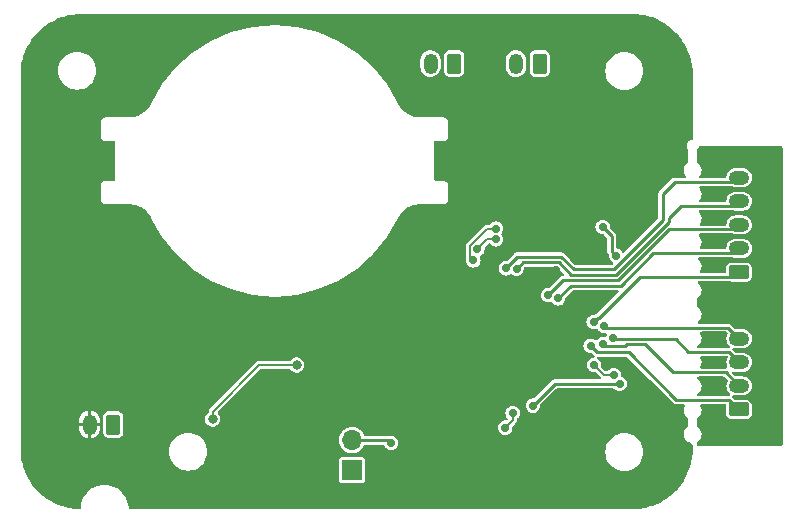
<source format=gbr>
%TF.GenerationSoftware,KiCad,Pcbnew,7.0.9*%
%TF.CreationDate,2024-01-02T07:57:38-07:00*%
%TF.ProjectId,ElephantR9,456c6570-6861-46e7-9452-392e6b696361,rev?*%
%TF.SameCoordinates,Original*%
%TF.FileFunction,Copper,L2,Bot*%
%TF.FilePolarity,Positive*%
%FSLAX46Y46*%
G04 Gerber Fmt 4.6, Leading zero omitted, Abs format (unit mm)*
G04 Created by KiCad (PCBNEW 7.0.9) date 2024-01-02 07:57:38*
%MOMM*%
%LPD*%
G01*
G04 APERTURE LIST*
G04 Aperture macros list*
%AMRoundRect*
0 Rectangle with rounded corners*
0 $1 Rounding radius*
0 $2 $3 $4 $5 $6 $7 $8 $9 X,Y pos of 4 corners*
0 Add a 4 corners polygon primitive as box body*
4,1,4,$2,$3,$4,$5,$6,$7,$8,$9,$2,$3,0*
0 Add four circle primitives for the rounded corners*
1,1,$1+$1,$2,$3*
1,1,$1+$1,$4,$5*
1,1,$1+$1,$6,$7*
1,1,$1+$1,$8,$9*
0 Add four rect primitives between the rounded corners*
20,1,$1+$1,$2,$3,$4,$5,0*
20,1,$1+$1,$4,$5,$6,$7,0*
20,1,$1+$1,$6,$7,$8,$9,0*
20,1,$1+$1,$8,$9,$2,$3,0*%
G04 Aperture macros list end*
%TA.AperFunction,ComponentPad*%
%ADD10R,1.700000X1.700000*%
%TD*%
%TA.AperFunction,ComponentPad*%
%ADD11O,1.700000X1.700000*%
%TD*%
%TA.AperFunction,ComponentPad*%
%ADD12RoundRect,0.250000X0.350000X0.625000X-0.350000X0.625000X-0.350000X-0.625000X0.350000X-0.625000X0*%
%TD*%
%TA.AperFunction,ComponentPad*%
%ADD13O,1.200000X1.750000*%
%TD*%
%TA.AperFunction,ComponentPad*%
%ADD14RoundRect,0.250000X0.625000X-0.350000X0.625000X0.350000X-0.625000X0.350000X-0.625000X-0.350000X0*%
%TD*%
%TA.AperFunction,ComponentPad*%
%ADD15O,1.750000X1.200000*%
%TD*%
%TA.AperFunction,ViaPad*%
%ADD16C,0.711200*%
%TD*%
%TA.AperFunction,ViaPad*%
%ADD17C,0.800000*%
%TD*%
%TA.AperFunction,Conductor*%
%ADD18C,0.203200*%
%TD*%
%TA.AperFunction,Conductor*%
%ADD19C,0.254000*%
%TD*%
%TA.AperFunction,Conductor*%
%ADD20C,0.152400*%
%TD*%
G04 APERTURE END LIST*
D10*
%TO.P,SW1,1,A*%
%TO.N,Net-(SW1-A)*%
X45593000Y-55372000D03*
D11*
%TO.P,SW1,2,B*%
%TO.N,/sw_tilt*%
X45593000Y-52832000D03*
%TD*%
D12*
%TO.P,LS2,1,1*%
%TO.N,Net-(C11-Pad1)*%
X61468000Y-20955000D03*
D13*
%TO.P,LS2,2,2*%
%TO.N,Net-(C7-Pad1)*%
X59468000Y-20955000D03*
%TD*%
D12*
%TO.P,LS1,1,1*%
%TO.N,Net-(C5-Pad1)*%
X54229000Y-20955000D03*
D13*
%TO.P,LS1,2,2*%
%TO.N,Net-(C6-Pad1)*%
X52229000Y-20955000D03*
%TD*%
D12*
%TO.P,BT1,1,+*%
%TO.N,+9V*%
X25363898Y-51525898D03*
D13*
%TO.P,BT1,2,-*%
%TO.N,GND*%
X23363898Y-51525898D03*
%TD*%
D14*
%TO.P,J1,1,Pin_1*%
%TO.N,/uart_tx*%
X78359000Y-50244000D03*
D15*
%TO.P,J1,2,Pin_2*%
%TO.N,/uart_rx*%
X78359000Y-48244000D03*
%TO.P,J1,3,Pin_3*%
%TO.N,/uart_cts*%
X78359000Y-46244000D03*
%TO.P,J1,4,Pin_4*%
%TO.N,/uart_rts*%
X78359000Y-44244000D03*
%TD*%
D14*
%TO.P,J2,1,Pin_1*%
%TO.N,/jtms_swdio*%
X78359000Y-38608000D03*
D15*
%TO.P,J2,2,Pin_2*%
%TO.N,/jtck_swclk*%
X78359000Y-36608000D03*
%TO.P,J2,3,Pin_3*%
%TO.N,/jtdi*%
X78359000Y-34608000D03*
%TO.P,J2,4,Pin_4*%
%TO.N,/jtdo-swo*%
X78359000Y-32608000D03*
%TO.P,J2,5,Pin_5*%
%TO.N,/jtrst*%
X78359000Y-30608000D03*
%TD*%
D16*
%TO.N,GND*%
X43626498Y-46953898D03*
X40476898Y-51017898D03*
X40222898Y-44032898D03*
D17*
X49558900Y-40668900D03*
D16*
X37922500Y-51511500D03*
X37078000Y-47974000D03*
D17*
X47371000Y-46863000D03*
D16*
X58779300Y-33655000D03*
X62819959Y-38463253D03*
X65786000Y-32258000D03*
X56721400Y-37925400D03*
X63016500Y-32028500D03*
X55981600Y-56286400D03*
X67310000Y-25999900D03*
X62230000Y-30988000D03*
X23622000Y-33274000D03*
X60248800Y-28549600D03*
X60198000Y-25914900D03*
X69850000Y-30607000D03*
X64770000Y-37592000D03*
X54356000Y-45974000D03*
X50932505Y-40834163D03*
X65405000Y-41783000D03*
X67348901Y-28201100D03*
%TO.N,/spi1_miso*%
X59182000Y-50546000D03*
X58558085Y-51779515D03*
%TO.N,/pwr_aud*%
X67945000Y-37211000D03*
X68241342Y-48072379D03*
X66802000Y-34798000D03*
X60893319Y-49909064D03*
%TO.N,/sw_tilt*%
X48895000Y-53086000D03*
%TO.N,/I2S_data*%
X66061703Y-46458200D03*
X67751581Y-47304581D03*
%TO.N,/I2C_SDA*%
X57785000Y-34925000D03*
X55862196Y-37623494D03*
%TO.N,/I2C_SCL*%
X56206094Y-36662300D03*
X57785000Y-35835703D03*
D17*
%TO.N,/pwr_buck*%
X33782000Y-51054000D03*
X40894000Y-46482000D03*
D16*
%TO.N,/uart_tx*%
X65786000Y-44842700D03*
%TO.N,/uart_rx*%
X66802000Y-44704000D03*
%TO.N,/uart_cts*%
X67706807Y-44205652D03*
%TO.N,/uart_rts*%
X66949107Y-43194270D03*
%TO.N,/jtms_swdio*%
X66040000Y-42841412D03*
%TO.N,/jtck_swclk*%
X63038423Y-40847476D03*
%TO.N,/jtdi*%
X62171289Y-40569164D03*
%TO.N,/jtdo-swo*%
X59510284Y-38319864D03*
%TO.N,/jtrst*%
X58599833Y-38298500D03*
%TD*%
D18*
%TO.N,/spi1_miso*%
X58558085Y-51779515D02*
X59182000Y-51155600D01*
X59182000Y-51155600D02*
X59182000Y-50546000D01*
D19*
%TO.N,/pwr_aud*%
X67564000Y-35560000D02*
X67564000Y-36830000D01*
X62730004Y-48072379D02*
X68241342Y-48072379D01*
X66802000Y-34798000D02*
X67564000Y-35560000D01*
X67564000Y-36830000D02*
X67945000Y-37211000D01*
X60893319Y-49909064D02*
X62730004Y-48072379D01*
%TO.N,/sw_tilt*%
X48641000Y-52832000D02*
X45593000Y-52832000D01*
X48895000Y-53086000D02*
X48641000Y-52832000D01*
D20*
%TO.N,/I2S_data*%
X66908084Y-47304581D02*
X66061703Y-46458200D01*
X67751581Y-47304581D02*
X66908084Y-47304581D01*
%TO.N,/I2C_SDA*%
X55862196Y-37623494D02*
X55574294Y-37335592D01*
X55574294Y-37335592D02*
X55574294Y-36400599D01*
X55574294Y-36400599D02*
X57049893Y-34925000D01*
X57049893Y-34925000D02*
X57785000Y-34925000D01*
%TO.N,/I2C_SCL*%
X57785000Y-35835703D02*
X57032691Y-35835703D01*
X57032691Y-35835703D02*
X56206094Y-36662300D01*
%TO.N,/pwr_buck*%
X40894000Y-46482000D02*
X37718926Y-46482000D01*
X37718926Y-46482000D02*
X33782000Y-50418926D01*
X33782000Y-50418926D02*
X33782000Y-51054000D01*
D19*
%TO.N,/uart_tx*%
X77530000Y-49415000D02*
X78359000Y-50244000D01*
X65786000Y-44842700D02*
X66329900Y-45386600D01*
X73037000Y-49415000D02*
X77530000Y-49415000D01*
X66329900Y-45386600D02*
X69008600Y-45386600D01*
X69008600Y-45386600D02*
X73037000Y-49415000D01*
%TO.N,/uart_rx*%
X68834000Y-44725215D02*
X70358000Y-44725215D01*
X70358000Y-44725215D02*
X72737785Y-47105000D01*
X66986252Y-44888252D02*
X68670963Y-44888252D01*
X77220000Y-47105000D02*
X78359000Y-48244000D01*
X72737785Y-47105000D02*
X77220000Y-47105000D01*
X66802000Y-44704000D02*
X66986252Y-44888252D01*
X68670963Y-44888252D02*
X68834000Y-44725215D01*
%TO.N,/uart_cts*%
X74058735Y-45351000D02*
X77466000Y-45351000D01*
X77466000Y-45351000D02*
X78359000Y-46244000D01*
X72978950Y-44271215D02*
X74058735Y-45351000D01*
X67772370Y-44271215D02*
X72978950Y-44271215D01*
X67706807Y-44205652D02*
X67772370Y-44271215D01*
%TO.N,/uart_rts*%
X66949107Y-43194270D02*
X67061837Y-43307000D01*
X77422000Y-43307000D02*
X78359000Y-44244000D01*
X70358000Y-43307000D02*
X77422000Y-43307000D01*
X67061837Y-43307000D02*
X70358000Y-43307000D01*
%TO.N,/jtms_swdio*%
X69962000Y-39004000D02*
X77963000Y-39004000D01*
X77963000Y-39004000D02*
X78359000Y-38608000D01*
X66369742Y-42511670D02*
X66454330Y-42511670D01*
X66040000Y-42841412D02*
X66369742Y-42511670D01*
X66454330Y-42511670D02*
X69962000Y-39004000D01*
%TO.N,/jtck_swclk*%
X77963000Y-37004000D02*
X78359000Y-36608000D01*
X71080052Y-37004000D02*
X77963000Y-37004000D01*
X63038423Y-40847476D02*
X64134899Y-39751000D01*
X64134899Y-39751000D02*
X68333052Y-39751000D01*
X68333052Y-39751000D02*
X71080052Y-37004000D01*
%TO.N,/jtdi*%
X68145000Y-39297000D02*
X72438000Y-35004000D01*
X62171289Y-40569164D02*
X63443453Y-39297000D01*
X77963000Y-35004000D02*
X78359000Y-34608000D01*
X72438000Y-35004000D02*
X77963000Y-35004000D01*
X63443453Y-39297000D02*
X68145000Y-39297000D01*
%TO.N,/jtdo-swo*%
X77963000Y-33004000D02*
X78359000Y-32608000D01*
X73422000Y-33004000D02*
X77963000Y-33004000D01*
X67920395Y-38843000D02*
X72390000Y-34373395D01*
X60049849Y-37780299D02*
X63102349Y-37780299D01*
X59510284Y-38319864D02*
X60049849Y-37780299D01*
X64165050Y-38843000D02*
X67920395Y-38843000D01*
X72390000Y-34373395D02*
X72390000Y-34036000D01*
X72390000Y-34036000D02*
X73422000Y-33004000D01*
X63102349Y-37780299D02*
X64165050Y-38843000D01*
%TO.N,/jtrst*%
X59538506Y-37326299D02*
X63290402Y-37326299D01*
X72898000Y-30988000D02*
X72914000Y-31004000D01*
X72914000Y-31004000D02*
X77963000Y-31004000D01*
X77963000Y-31004000D02*
X78359000Y-30608000D01*
X71882000Y-34239343D02*
X71882000Y-32004000D01*
X58599833Y-38298500D02*
X58599833Y-38264972D01*
X71882000Y-32004000D02*
X72898000Y-30988000D01*
X63290402Y-37326299D02*
X64353102Y-38389000D01*
X64353102Y-38389000D02*
X67732343Y-38389000D01*
X67732343Y-38389000D02*
X71882000Y-34239343D01*
X58599833Y-38264972D02*
X59538506Y-37326299D01*
%TD*%
%TA.AperFunction,NonConductor*%
G36*
X77302023Y-43654185D02*
G01*
X77322665Y-43670819D01*
X77360876Y-43709030D01*
X77394361Y-43770353D01*
X77389377Y-43840045D01*
X77378189Y-43862682D01*
X77358209Y-43894479D01*
X77298633Y-44064737D01*
X77298630Y-44064750D01*
X77278435Y-44243996D01*
X77278435Y-44244003D01*
X77298630Y-44423249D01*
X77298631Y-44423254D01*
X77358211Y-44593523D01*
X77454184Y-44746262D01*
X77519741Y-44811819D01*
X77553226Y-44873142D01*
X77548242Y-44942834D01*
X77506370Y-44998767D01*
X77440906Y-45023184D01*
X77432060Y-45023500D01*
X74943800Y-45023500D01*
X74876761Y-45003815D01*
X74831006Y-44951011D01*
X74821062Y-44881853D01*
X74850087Y-44818297D01*
X74875662Y-44795899D01*
X74907696Y-44774830D01*
X75028092Y-44647218D01*
X75115812Y-44495281D01*
X75166130Y-44327210D01*
X75176331Y-44152065D01*
X75145865Y-43979289D01*
X75076377Y-43818196D01*
X75076376Y-43818195D01*
X75073516Y-43811564D01*
X75075347Y-43810774D01*
X75061235Y-43752597D01*
X75084088Y-43686571D01*
X75139010Y-43643381D01*
X75185094Y-43634500D01*
X77234984Y-43634500D01*
X77302023Y-43654185D01*
G37*
%TD.AperFunction*%
%TA.AperFunction,NonConductor*%
G36*
X77336597Y-45698185D02*
G01*
X77382352Y-45750989D01*
X77392296Y-45820147D01*
X77374552Y-45868469D01*
X77360800Y-45890356D01*
X77358209Y-45894481D01*
X77298633Y-46064737D01*
X77298630Y-46064750D01*
X77278435Y-46243996D01*
X77278435Y-46244003D01*
X77298630Y-46423249D01*
X77298631Y-46423254D01*
X77358210Y-46593521D01*
X77359195Y-46595565D01*
X77359434Y-46597017D01*
X77360511Y-46600095D01*
X77359972Y-46600283D01*
X77370549Y-46664506D01*
X77342828Y-46728641D01*
X77284834Y-46767609D01*
X77258288Y-46772898D01*
X77221645Y-46776105D01*
X77208396Y-46777264D01*
X77202996Y-46777500D01*
X75186122Y-46777500D01*
X75119083Y-46757815D01*
X75073328Y-46705011D01*
X75063384Y-46635853D01*
X75078734Y-46591502D01*
X75115812Y-46527281D01*
X75166130Y-46359210D01*
X75176331Y-46184065D01*
X75145865Y-46011289D01*
X75076987Y-45851612D01*
X75068510Y-45782260D01*
X75098873Y-45719333D01*
X75158437Y-45682810D01*
X75190847Y-45678500D01*
X77269558Y-45678500D01*
X77336597Y-45698185D01*
G37*
%TD.AperFunction*%
%TA.AperFunction,NonConductor*%
G36*
X77100023Y-47452185D02*
G01*
X77120665Y-47468819D01*
X77360875Y-47709030D01*
X77394360Y-47770353D01*
X77389376Y-47840045D01*
X77378190Y-47862680D01*
X77358209Y-47894481D01*
X77298633Y-48064737D01*
X77298630Y-48064750D01*
X77278435Y-48243996D01*
X77278435Y-48244003D01*
X77298630Y-48423249D01*
X77298631Y-48423254D01*
X77358211Y-48593523D01*
X77454184Y-48746262D01*
X77583741Y-48875819D01*
X77617226Y-48937142D01*
X77612242Y-49006834D01*
X77570370Y-49062767D01*
X77504906Y-49087184D01*
X77496060Y-49087500D01*
X74943800Y-49087500D01*
X74876761Y-49067815D01*
X74831006Y-49015011D01*
X74821062Y-48945853D01*
X74850087Y-48882297D01*
X74875662Y-48859899D01*
X74907696Y-48838830D01*
X75028092Y-48711218D01*
X75115812Y-48559281D01*
X75166130Y-48391210D01*
X75176331Y-48216065D01*
X75145865Y-48043289D01*
X75076377Y-47882196D01*
X74971610Y-47741470D01*
X74864374Y-47651488D01*
X74825673Y-47593318D01*
X74824565Y-47523457D01*
X74861402Y-47464087D01*
X74924489Y-47434058D01*
X74944081Y-47432500D01*
X77032984Y-47432500D01*
X77100023Y-47452185D01*
G37*
%TD.AperFunction*%
%TA.AperFunction,NonConductor*%
G36*
X81984539Y-27960185D02*
G01*
X82030294Y-28012989D01*
X82041500Y-28064500D01*
X82041500Y-53215500D01*
X82021815Y-53282539D01*
X81969011Y-53328294D01*
X81917500Y-53339500D01*
X74927000Y-53339500D01*
X74859961Y-53319815D01*
X74814206Y-53267011D01*
X74803000Y-53215500D01*
X74803000Y-53038549D01*
X74822685Y-52971510D01*
X74858859Y-52934950D01*
X74907696Y-52902830D01*
X75028092Y-52775218D01*
X75115812Y-52623281D01*
X75166130Y-52455210D01*
X75176331Y-52280065D01*
X75145865Y-52107289D01*
X75076377Y-51946196D01*
X74971610Y-51805470D01*
X74971609Y-51805469D01*
X74847294Y-51701155D01*
X74808592Y-51642983D01*
X74803000Y-51606166D01*
X74803000Y-51006549D01*
X74822685Y-50939510D01*
X74858859Y-50902950D01*
X74907696Y-50870830D01*
X75028092Y-50743218D01*
X75115812Y-50591281D01*
X75166130Y-50423210D01*
X75176331Y-50248065D01*
X75145865Y-50075289D01*
X75076987Y-49915612D01*
X75068510Y-49846260D01*
X75098873Y-49783333D01*
X75158437Y-49746810D01*
X75190847Y-49742500D01*
X77159500Y-49742500D01*
X77226539Y-49762185D01*
X77272294Y-49814989D01*
X77283500Y-49866500D01*
X77283500Y-50648269D01*
X77286353Y-50678699D01*
X77286353Y-50678701D01*
X77331206Y-50806880D01*
X77331207Y-50806882D01*
X77411850Y-50916150D01*
X77521118Y-50996793D01*
X77563845Y-51011744D01*
X77649299Y-51041646D01*
X77679730Y-51044500D01*
X77679734Y-51044500D01*
X79038270Y-51044500D01*
X79068699Y-51041646D01*
X79068701Y-51041646D01*
X79132790Y-51019219D01*
X79196882Y-50996793D01*
X79306150Y-50916150D01*
X79386793Y-50806882D01*
X79409219Y-50742790D01*
X79431646Y-50678701D01*
X79431646Y-50678699D01*
X79434500Y-50648269D01*
X79434500Y-49839730D01*
X79431646Y-49809300D01*
X79431646Y-49809298D01*
X79386793Y-49681119D01*
X79386792Y-49681117D01*
X79378403Y-49669750D01*
X79306150Y-49571850D01*
X79196882Y-49491207D01*
X79196880Y-49491206D01*
X79068700Y-49446353D01*
X79038270Y-49443500D01*
X79038266Y-49443500D01*
X78073016Y-49443500D01*
X78005977Y-49423815D01*
X77985335Y-49407181D01*
X77820359Y-49242205D01*
X77786874Y-49180882D01*
X77791858Y-49111190D01*
X77833730Y-49055257D01*
X77899194Y-49030840D01*
X77921923Y-49031304D01*
X78004993Y-49040663D01*
X78039040Y-49044499D01*
X78039043Y-49044500D01*
X78039046Y-49044500D01*
X78678957Y-49044500D01*
X78678958Y-49044499D01*
X78746104Y-49036934D01*
X78813249Y-49029369D01*
X78813252Y-49029368D01*
X78813255Y-49029368D01*
X78983522Y-48969789D01*
X79136262Y-48873816D01*
X79263816Y-48746262D01*
X79359789Y-48593522D01*
X79419368Y-48423255D01*
X79439565Y-48244000D01*
X79426584Y-48128790D01*
X79419369Y-48064750D01*
X79419368Y-48064745D01*
X79411860Y-48043289D01*
X79359789Y-47894478D01*
X79263816Y-47741738D01*
X79136262Y-47614184D01*
X79089439Y-47584763D01*
X78983523Y-47518211D01*
X78813254Y-47458631D01*
X78813249Y-47458630D01*
X78678960Y-47443500D01*
X78678954Y-47443500D01*
X78073016Y-47443500D01*
X78005977Y-47423815D01*
X77985335Y-47407181D01*
X77820359Y-47242205D01*
X77786874Y-47180882D01*
X77791858Y-47111190D01*
X77833730Y-47055257D01*
X77899194Y-47030840D01*
X77921923Y-47031304D01*
X78004993Y-47040663D01*
X78039040Y-47044499D01*
X78039043Y-47044500D01*
X78039046Y-47044500D01*
X78678957Y-47044500D01*
X78678958Y-47044499D01*
X78746104Y-47036934D01*
X78813249Y-47029369D01*
X78813252Y-47029368D01*
X78813255Y-47029368D01*
X78983522Y-46969789D01*
X79136262Y-46873816D01*
X79263816Y-46746262D01*
X79359789Y-46593522D01*
X79419368Y-46423255D01*
X79439565Y-46244000D01*
X79419368Y-46064745D01*
X79359789Y-45894478D01*
X79263816Y-45741738D01*
X79136262Y-45614184D01*
X79122839Y-45605750D01*
X78983523Y-45518211D01*
X78813254Y-45458631D01*
X78813249Y-45458630D01*
X78678960Y-45443500D01*
X78678954Y-45443500D01*
X78073016Y-45443500D01*
X78005977Y-45423815D01*
X77985335Y-45407181D01*
X77820359Y-45242205D01*
X77786874Y-45180882D01*
X77791858Y-45111190D01*
X77833730Y-45055257D01*
X77899194Y-45030840D01*
X77921923Y-45031304D01*
X78004993Y-45040663D01*
X78039040Y-45044499D01*
X78039043Y-45044500D01*
X78039046Y-45044500D01*
X78678957Y-45044500D01*
X78678958Y-45044499D01*
X78746104Y-45036934D01*
X78813249Y-45029369D01*
X78813252Y-45029368D01*
X78813255Y-45029368D01*
X78983522Y-44969789D01*
X79136262Y-44873816D01*
X79263816Y-44746262D01*
X79359789Y-44593522D01*
X79419368Y-44423255D01*
X79439565Y-44244000D01*
X79419373Y-44064790D01*
X79419369Y-44064750D01*
X79419368Y-44064745D01*
X79359788Y-43894476D01*
X79270639Y-43752597D01*
X79263816Y-43741738D01*
X79136262Y-43614184D01*
X79052814Y-43561750D01*
X78983523Y-43518211D01*
X78813254Y-43458631D01*
X78813249Y-43458630D01*
X78678960Y-43443500D01*
X78678954Y-43443500D01*
X78073016Y-43443500D01*
X78005977Y-43423815D01*
X77985335Y-43407181D01*
X77827407Y-43249253D01*
X77665596Y-43087442D01*
X77661951Y-43083463D01*
X77635761Y-43052251D01*
X77635757Y-43052247D01*
X77600478Y-43031879D01*
X77595914Y-43028972D01*
X77562544Y-43005606D01*
X77557959Y-43003468D01*
X77540491Y-42996232D01*
X77535740Y-42994503D01*
X77495618Y-42987428D01*
X77490335Y-42986257D01*
X77450981Y-42975712D01*
X77414891Y-42978871D01*
X77410398Y-42979264D01*
X77404995Y-42979500D01*
X74962046Y-42979500D01*
X74895007Y-42959815D01*
X74849252Y-42907011D01*
X74839308Y-42837853D01*
X74868333Y-42774297D01*
X74893906Y-42751900D01*
X74896176Y-42750406D01*
X74907696Y-42742830D01*
X75028092Y-42615218D01*
X75115812Y-42463281D01*
X75166130Y-42295210D01*
X75176331Y-42120065D01*
X75145865Y-41947289D01*
X75076377Y-41786196D01*
X74971610Y-41645470D01*
X74971609Y-41645469D01*
X74847294Y-41541155D01*
X74808592Y-41482983D01*
X74803000Y-41446166D01*
X74803000Y-40846549D01*
X74822685Y-40779510D01*
X74858859Y-40742950D01*
X74907696Y-40710830D01*
X75028092Y-40583218D01*
X75115812Y-40431281D01*
X75166130Y-40263210D01*
X75176331Y-40088065D01*
X75145865Y-39915289D01*
X75076377Y-39754196D01*
X74971610Y-39613470D01*
X74971609Y-39613469D01*
X74896553Y-39550489D01*
X74857851Y-39492317D01*
X74856743Y-39422457D01*
X74893580Y-39363087D01*
X74956668Y-39333057D01*
X74976259Y-39331500D01*
X77440624Y-39331500D01*
X77507663Y-39351185D01*
X77514248Y-39355723D01*
X77521118Y-39360793D01*
X77649301Y-39405646D01*
X77659445Y-39406597D01*
X77679730Y-39408500D01*
X77679734Y-39408500D01*
X79038270Y-39408500D01*
X79068699Y-39405646D01*
X79068701Y-39405646D01*
X79132790Y-39383219D01*
X79196882Y-39360793D01*
X79306150Y-39280150D01*
X79386793Y-39170882D01*
X79424981Y-39061747D01*
X79431646Y-39042701D01*
X79431646Y-39042699D01*
X79434500Y-39012269D01*
X79434500Y-38203730D01*
X79431646Y-38173300D01*
X79431646Y-38173298D01*
X79398006Y-38077163D01*
X79386793Y-38045118D01*
X79306150Y-37935850D01*
X79196882Y-37855207D01*
X79196880Y-37855206D01*
X79068700Y-37810353D01*
X79038270Y-37807500D01*
X79038266Y-37807500D01*
X77679734Y-37807500D01*
X77679730Y-37807500D01*
X77649300Y-37810353D01*
X77649298Y-37810353D01*
X77521119Y-37855206D01*
X77521117Y-37855207D01*
X77411850Y-37935850D01*
X77331207Y-38045117D01*
X77331206Y-38045119D01*
X77286353Y-38173298D01*
X77286353Y-38173300D01*
X77283500Y-38203730D01*
X77283500Y-38552500D01*
X77263815Y-38619539D01*
X77211011Y-38665294D01*
X77159500Y-38676500D01*
X75170534Y-38676500D01*
X75103495Y-38656815D01*
X75057740Y-38604011D01*
X75047796Y-38534853D01*
X75063147Y-38490501D01*
X75081534Y-38458651D01*
X75115812Y-38399281D01*
X75166130Y-38231210D01*
X75176331Y-38056065D01*
X75145865Y-37883289D01*
X75076377Y-37722196D01*
X74971610Y-37581470D01*
X74934688Y-37550488D01*
X74895986Y-37492318D01*
X74894878Y-37422457D01*
X74931714Y-37363087D01*
X74994802Y-37333058D01*
X75014394Y-37331500D01*
X77706867Y-37331500D01*
X77747822Y-37338459D01*
X77904737Y-37393366D01*
X77904743Y-37393367D01*
X77904745Y-37393368D01*
X77904746Y-37393368D01*
X77904750Y-37393369D01*
X77995246Y-37403565D01*
X78039040Y-37408499D01*
X78039043Y-37408500D01*
X78039046Y-37408500D01*
X78678957Y-37408500D01*
X78678958Y-37408499D01*
X78746104Y-37400934D01*
X78813249Y-37393369D01*
X78813252Y-37393368D01*
X78813255Y-37393368D01*
X78983522Y-37333789D01*
X79136262Y-37237816D01*
X79263816Y-37110262D01*
X79359789Y-36957522D01*
X79419368Y-36787255D01*
X79435190Y-36646830D01*
X79439565Y-36608003D01*
X79439565Y-36607996D01*
X79419369Y-36428750D01*
X79419368Y-36428745D01*
X79359788Y-36258476D01*
X79320582Y-36196080D01*
X79263816Y-36105738D01*
X79136262Y-35978184D01*
X79070384Y-35936790D01*
X78983523Y-35882211D01*
X78813254Y-35822631D01*
X78813249Y-35822630D01*
X78678960Y-35807500D01*
X78678954Y-35807500D01*
X78039046Y-35807500D01*
X78039039Y-35807500D01*
X77904750Y-35822630D01*
X77904745Y-35822631D01*
X77734476Y-35882211D01*
X77581737Y-35978184D01*
X77454184Y-36105737D01*
X77358211Y-36258476D01*
X77298631Y-36428745D01*
X77298630Y-36428750D01*
X77283124Y-36566383D01*
X77256058Y-36630797D01*
X77198463Y-36670352D01*
X77159904Y-36676500D01*
X75152059Y-36676500D01*
X75085020Y-36656815D01*
X75039265Y-36604011D01*
X75029321Y-36534853D01*
X75044672Y-36490501D01*
X75080326Y-36428745D01*
X75115812Y-36367281D01*
X75166130Y-36199210D01*
X75176331Y-36024065D01*
X75145865Y-35851289D01*
X75076377Y-35690196D01*
X74971610Y-35549470D01*
X74971608Y-35549468D01*
X74966654Y-35544217D01*
X74967881Y-35543059D01*
X74934123Y-35492322D01*
X74933013Y-35422461D01*
X74969848Y-35363090D01*
X75032934Y-35333058D01*
X75052530Y-35331500D01*
X77706867Y-35331500D01*
X77747822Y-35338459D01*
X77904737Y-35393366D01*
X77904743Y-35393367D01*
X77904745Y-35393368D01*
X77904746Y-35393368D01*
X77904750Y-35393369D01*
X77995246Y-35403565D01*
X78039040Y-35408499D01*
X78039043Y-35408500D01*
X78039046Y-35408500D01*
X78678957Y-35408500D01*
X78678958Y-35408499D01*
X78746104Y-35400934D01*
X78813249Y-35393369D01*
X78813252Y-35393368D01*
X78813255Y-35393368D01*
X78983522Y-35333789D01*
X79136262Y-35237816D01*
X79263816Y-35110262D01*
X79359789Y-34957522D01*
X79419368Y-34787255D01*
X79432540Y-34670352D01*
X79439565Y-34608003D01*
X79439565Y-34607996D01*
X79419369Y-34428750D01*
X79419368Y-34428745D01*
X79386664Y-34335282D01*
X79359789Y-34258478D01*
X79356165Y-34252711D01*
X79263815Y-34105737D01*
X79136262Y-33978184D01*
X78983523Y-33882211D01*
X78813254Y-33822631D01*
X78813249Y-33822630D01*
X78678960Y-33807500D01*
X78678954Y-33807500D01*
X78039046Y-33807500D01*
X78039039Y-33807500D01*
X77904750Y-33822630D01*
X77904745Y-33822631D01*
X77734476Y-33882211D01*
X77581737Y-33978184D01*
X77454184Y-34105737D01*
X77358211Y-34258476D01*
X77298631Y-34428745D01*
X77298630Y-34428750D01*
X77283124Y-34566383D01*
X77256058Y-34630797D01*
X77198463Y-34670352D01*
X77159904Y-34676500D01*
X75133584Y-34676500D01*
X75066545Y-34656815D01*
X75020790Y-34604011D01*
X75010846Y-34534853D01*
X75026197Y-34490501D01*
X75070477Y-34413804D01*
X75115812Y-34335281D01*
X75166130Y-34167210D01*
X75176331Y-33992065D01*
X75145865Y-33819289D01*
X75076377Y-33658196D01*
X74980602Y-33529548D01*
X74956358Y-33464019D01*
X74971390Y-33395786D01*
X75020926Y-33346511D01*
X75080065Y-33331500D01*
X77706867Y-33331500D01*
X77747822Y-33338459D01*
X77904737Y-33393366D01*
X77904743Y-33393367D01*
X77904745Y-33393368D01*
X77904746Y-33393368D01*
X77904750Y-33393369D01*
X77995246Y-33403565D01*
X78039040Y-33408499D01*
X78039043Y-33408500D01*
X78039046Y-33408500D01*
X78678957Y-33408500D01*
X78678958Y-33408499D01*
X78746104Y-33400934D01*
X78813249Y-33393369D01*
X78813252Y-33393368D01*
X78813255Y-33393368D01*
X78983522Y-33333789D01*
X79136262Y-33237816D01*
X79263816Y-33110262D01*
X79359789Y-32957522D01*
X79419368Y-32787255D01*
X79436489Y-32635302D01*
X79439565Y-32608003D01*
X79439565Y-32607996D01*
X79419369Y-32428750D01*
X79419368Y-32428745D01*
X79359788Y-32258476D01*
X79320582Y-32196080D01*
X79263816Y-32105738D01*
X79136262Y-31978184D01*
X79107426Y-31960065D01*
X78983523Y-31882211D01*
X78813254Y-31822631D01*
X78813249Y-31822630D01*
X78678960Y-31807500D01*
X78678954Y-31807500D01*
X78039046Y-31807500D01*
X78039039Y-31807500D01*
X77904750Y-31822630D01*
X77904745Y-31822631D01*
X77734476Y-31882211D01*
X77581737Y-31978184D01*
X77454184Y-32105737D01*
X77358211Y-32258476D01*
X77298631Y-32428745D01*
X77298630Y-32428750D01*
X77283124Y-32566383D01*
X77256058Y-32630797D01*
X77198463Y-32670352D01*
X77159904Y-32676500D01*
X75106788Y-32676500D01*
X75039749Y-32656815D01*
X74993994Y-32604011D01*
X74984050Y-32534853D01*
X75013075Y-32471297D01*
X75016594Y-32467405D01*
X75028092Y-32455218D01*
X75115812Y-32303281D01*
X75166130Y-32135210D01*
X75176331Y-31960065D01*
X75145865Y-31787289D01*
X75076377Y-31626196D01*
X75004425Y-31529548D01*
X74980181Y-31464019D01*
X74995213Y-31395786D01*
X75044749Y-31346511D01*
X75103888Y-31331500D01*
X77706867Y-31331500D01*
X77747822Y-31338459D01*
X77904737Y-31393366D01*
X77904743Y-31393367D01*
X77904745Y-31393368D01*
X77904746Y-31393368D01*
X77904750Y-31393369D01*
X77995246Y-31403565D01*
X78039040Y-31408499D01*
X78039043Y-31408500D01*
X78039046Y-31408500D01*
X78678957Y-31408500D01*
X78678958Y-31408499D01*
X78746104Y-31400934D01*
X78813249Y-31393369D01*
X78813252Y-31393368D01*
X78813255Y-31393368D01*
X78983522Y-31333789D01*
X79136262Y-31237816D01*
X79263816Y-31110262D01*
X79359789Y-30957522D01*
X79419368Y-30787255D01*
X79435144Y-30647237D01*
X79439565Y-30608003D01*
X79439565Y-30607996D01*
X79419369Y-30428750D01*
X79419368Y-30428745D01*
X79359788Y-30258476D01*
X79263815Y-30105737D01*
X79136262Y-29978184D01*
X78983523Y-29882211D01*
X78813254Y-29822631D01*
X78813249Y-29822630D01*
X78678960Y-29807500D01*
X78678954Y-29807500D01*
X78039046Y-29807500D01*
X78039039Y-29807500D01*
X77904750Y-29822630D01*
X77904745Y-29822631D01*
X77734476Y-29882211D01*
X77581737Y-29978184D01*
X77454184Y-30105737D01*
X77358211Y-30258476D01*
X77298631Y-30428745D01*
X77298630Y-30428750D01*
X77283124Y-30566383D01*
X77256058Y-30630797D01*
X77198463Y-30670352D01*
X77159904Y-30676500D01*
X75076597Y-30676500D01*
X75009558Y-30656815D01*
X74963803Y-30604011D01*
X74953859Y-30534853D01*
X74982884Y-30471297D01*
X74986388Y-30467420D01*
X75028092Y-30423218D01*
X75115812Y-30271281D01*
X75166130Y-30103210D01*
X75176331Y-29928065D01*
X75145865Y-29755289D01*
X75076377Y-29594196D01*
X74971610Y-29453470D01*
X74971609Y-29453469D01*
X74847294Y-29349155D01*
X74808592Y-29290983D01*
X74803000Y-29254166D01*
X74803000Y-28328307D01*
X74822685Y-28261268D01*
X74827638Y-28254247D01*
X74827992Y-28253636D01*
X74827995Y-28253634D01*
X74895592Y-28137252D01*
X74923873Y-28032250D01*
X74960315Y-27972638D01*
X75023201Y-27942190D01*
X75043606Y-27940500D01*
X81917500Y-27940500D01*
X81984539Y-27960185D01*
G37*
%TD.AperFunction*%
%TA.AperFunction,Conductor*%
%TO.N,GND*%
G36*
X69571422Y-16773494D02*
G01*
X69777136Y-16782477D01*
X69781054Y-16782806D01*
X69999630Y-16810051D01*
X70205212Y-16837116D01*
X70208843Y-16837735D01*
X70424278Y-16882907D01*
X70627068Y-16927864D01*
X70630402Y-16928729D01*
X70824917Y-16986638D01*
X70841379Y-16991540D01*
X71039642Y-17054052D01*
X71042717Y-17055134D01*
X71247822Y-17135166D01*
X71440015Y-17214776D01*
X71442811Y-17216037D01*
X71640622Y-17312741D01*
X71825291Y-17408873D01*
X71827761Y-17410249D01*
X71827782Y-17410262D01*
X72016992Y-17523007D01*
X72192690Y-17634939D01*
X72194833Y-17636384D01*
X72335718Y-17736974D01*
X72374204Y-17764453D01*
X72539544Y-17891322D01*
X72541402Y-17892821D01*
X72709664Y-18035330D01*
X72864214Y-18176950D01*
X73020940Y-18333675D01*
X73162574Y-18488240D01*
X73305076Y-18656493D01*
X73306564Y-18658339D01*
X73433448Y-18823698D01*
X73561496Y-19003039D01*
X73562958Y-19005207D01*
X73674884Y-19180894D01*
X73787644Y-19370129D01*
X73789028Y-19372611D01*
X73885153Y-19557264D01*
X73981862Y-19755088D01*
X73983124Y-19757886D01*
X74062737Y-19950089D01*
X74142755Y-20155161D01*
X74143850Y-20158270D01*
X74206355Y-20356506D01*
X74269158Y-20567456D01*
X74270043Y-20570867D01*
X74314992Y-20773622D01*
X74360156Y-20989017D01*
X74360786Y-20992715D01*
X74387855Y-21198326D01*
X74415089Y-21416815D01*
X74415422Y-21420780D01*
X74424452Y-21627608D01*
X74433398Y-21843898D01*
X74433398Y-27335932D01*
X74414491Y-27394123D01*
X74364991Y-27430087D01*
X74357900Y-27432102D01*
X74235889Y-27461919D01*
X74144496Y-27512178D01*
X74118270Y-27522072D01*
X74066400Y-27533600D01*
X74066400Y-27534214D01*
X74047493Y-27592405D01*
X74036024Y-27605570D01*
X74020954Y-27620062D01*
X74020953Y-27620063D01*
X73951544Y-27735380D01*
X73914517Y-27864774D01*
X73912415Y-27999344D01*
X73912416Y-27999347D01*
X73945386Y-28129835D01*
X73945388Y-28129838D01*
X74011160Y-28247260D01*
X74011161Y-28247261D01*
X74038217Y-28274957D01*
X74065356Y-28329794D01*
X74066400Y-28344137D01*
X74066400Y-29254223D01*
X74047493Y-29312414D01*
X74021802Y-29336936D01*
X73936306Y-29393168D01*
X73936303Y-29393170D01*
X73815909Y-29520780D01*
X73815908Y-29520780D01*
X73728188Y-29672719D01*
X73677870Y-29840786D01*
X73677869Y-29840793D01*
X73667668Y-30015931D01*
X73698133Y-30188707D01*
X73767622Y-30349802D01*
X73767626Y-30349808D01*
X73855900Y-30468382D01*
X73875483Y-30526348D01*
X73857254Y-30584755D01*
X73808176Y-30621292D01*
X73776490Y-30626500D01*
X73023730Y-30626500D01*
X73003404Y-30624391D01*
X72992737Y-30622153D01*
X72988775Y-30621150D01*
X72945342Y-30608219D01*
X72945340Y-30608219D01*
X72941735Y-30608367D01*
X72917342Y-30606346D01*
X72913816Y-30605607D01*
X72913815Y-30605607D01*
X72868818Y-30611215D01*
X72864742Y-30611552D01*
X72861108Y-30611703D01*
X72819463Y-30613425D01*
X72819455Y-30613427D01*
X72816104Y-30614735D01*
X72792377Y-30620743D01*
X72788799Y-30621189D01*
X72788794Y-30621190D01*
X72748065Y-30641102D01*
X72744318Y-30642745D01*
X72712312Y-30655234D01*
X72702091Y-30659223D01*
X72702090Y-30659223D01*
X72702089Y-30659224D01*
X72702088Y-30659225D01*
X72699342Y-30661551D01*
X72678847Y-30674941D01*
X72675613Y-30676521D01*
X72675609Y-30676524D01*
X72643557Y-30708575D01*
X72640549Y-30711345D01*
X72605951Y-30740648D01*
X72605950Y-30740650D01*
X72604104Y-30743748D01*
X72589067Y-30763066D01*
X71650005Y-31702127D01*
X71634154Y-31714999D01*
X71622793Y-31722422D01*
X71622790Y-31722425D01*
X71600385Y-31751210D01*
X71596325Y-31755807D01*
X71592954Y-31759178D01*
X71592944Y-31759190D01*
X71579304Y-31778294D01*
X71545406Y-31821846D01*
X71541647Y-31828793D01*
X71538166Y-31835912D01*
X71522420Y-31888806D01*
X71504499Y-31941008D01*
X71503198Y-31948805D01*
X71502219Y-31956662D01*
X71504500Y-32011804D01*
X71504500Y-34041968D01*
X71485593Y-34100159D01*
X71475504Y-34111972D01*
X68640032Y-36947443D01*
X68585515Y-36975220D01*
X68525083Y-36965649D01*
X68481818Y-36922384D01*
X68478575Y-36915349D01*
X68474427Y-36905335D01*
X68377276Y-36778724D01*
X68250665Y-36681573D01*
X68250664Y-36681572D01*
X68103223Y-36620500D01*
X68027577Y-36610541D01*
X67972352Y-36584199D01*
X67943158Y-36530428D01*
X67941500Y-36512388D01*
X67941500Y-35609418D01*
X67943607Y-35589102D01*
X67946393Y-35575816D01*
X67941879Y-35539606D01*
X67941500Y-35533483D01*
X67941500Y-35528719D01*
X67939451Y-35516443D01*
X67937637Y-35505571D01*
X67930810Y-35450797D01*
X67930809Y-35450794D01*
X67928553Y-35443217D01*
X67925984Y-35435733D01*
X67910266Y-35406690D01*
X67899714Y-35387191D01*
X67875476Y-35337611D01*
X67875473Y-35337608D01*
X67870875Y-35331168D01*
X67866019Y-35324928D01*
X67825409Y-35287543D01*
X67635818Y-35097952D01*
X67438839Y-34900974D01*
X67411062Y-34846458D01*
X67410690Y-34818049D01*
X67413330Y-34798000D01*
X67392499Y-34639776D01*
X67331427Y-34492335D01*
X67234276Y-34365724D01*
X67234101Y-34365590D01*
X67107666Y-34268574D01*
X67107664Y-34268572D01*
X67003405Y-34225387D01*
X66960224Y-34207501D01*
X66960223Y-34207500D01*
X66960224Y-34207500D01*
X66802000Y-34186670D01*
X66643776Y-34207500D01*
X66496335Y-34268572D01*
X66496333Y-34268574D01*
X66369728Y-34365720D01*
X66369720Y-34365728D01*
X66272574Y-34492333D01*
X66272572Y-34492335D01*
X66211500Y-34639776D01*
X66190670Y-34797999D01*
X66190670Y-34798000D01*
X66211500Y-34956223D01*
X66272572Y-35103664D01*
X66272573Y-35103665D01*
X66369724Y-35230276D01*
X66496335Y-35327427D01*
X66643776Y-35388499D01*
X66643775Y-35388499D01*
X66667764Y-35391657D01*
X66802000Y-35409330D01*
X66822047Y-35406690D01*
X66882206Y-35417839D01*
X66904974Y-35434839D01*
X67157504Y-35687369D01*
X67185281Y-35741886D01*
X67186500Y-35757373D01*
X67186500Y-36780581D01*
X67184393Y-36800895D01*
X67181607Y-36814184D01*
X67182397Y-36820524D01*
X67186120Y-36850388D01*
X67186500Y-36856516D01*
X67186500Y-36861282D01*
X67190362Y-36884428D01*
X67197190Y-36939203D01*
X67199446Y-36946783D01*
X67202016Y-36954267D01*
X67202017Y-36954269D01*
X67213355Y-36975220D01*
X67228285Y-37002808D01*
X67252522Y-37052386D01*
X67257131Y-37058841D01*
X67261979Y-37065070D01*
X67261980Y-37065071D01*
X67302590Y-37102455D01*
X67308161Y-37108026D01*
X67335937Y-37162541D01*
X67336309Y-37190948D01*
X67333670Y-37210996D01*
X67333670Y-37211000D01*
X67354500Y-37369223D01*
X67415572Y-37516664D01*
X67415573Y-37516665D01*
X67512724Y-37643276D01*
X67639335Y-37740427D01*
X67648981Y-37744422D01*
X67649325Y-37744565D01*
X67695851Y-37784301D01*
X67710135Y-37843795D01*
X67686721Y-37900324D01*
X67681444Y-37906032D01*
X67604974Y-37982503D01*
X67550458Y-38010281D01*
X67534970Y-38011500D01*
X64550476Y-38011500D01*
X64492285Y-37992593D01*
X64480472Y-37982504D01*
X64046406Y-37548438D01*
X63592275Y-37094306D01*
X63579398Y-37078447D01*
X63571979Y-37067091D01*
X63569384Y-37065071D01*
X63543188Y-37044681D01*
X63538597Y-37040628D01*
X63535216Y-37037247D01*
X63532836Y-37035548D01*
X63516107Y-37023602D01*
X63472555Y-36989705D01*
X63465608Y-36985946D01*
X63458491Y-36982467D01*
X63405595Y-36966719D01*
X63384538Y-36959490D01*
X63353396Y-36948799D01*
X63353393Y-36948798D01*
X63345596Y-36947497D01*
X63337744Y-36946518D01*
X63337742Y-36946518D01*
X63337739Y-36946518D01*
X63282597Y-36948799D01*
X59587924Y-36948799D01*
X59567609Y-36946692D01*
X59554322Y-36943906D01*
X59518115Y-36948419D01*
X59511991Y-36948799D01*
X59507221Y-36948799D01*
X59484065Y-36952663D01*
X59429300Y-36959490D01*
X59421702Y-36961752D01*
X59414239Y-36964315D01*
X59365693Y-36990586D01*
X59316118Y-37014822D01*
X59309661Y-37019432D01*
X59303433Y-37024279D01*
X59266049Y-37064890D01*
X58672763Y-37658174D01*
X58618247Y-37685951D01*
X58602760Y-37687170D01*
X58599833Y-37687170D01*
X58441609Y-37708000D01*
X58294168Y-37769072D01*
X58294166Y-37769074D01*
X58167561Y-37866220D01*
X58167553Y-37866228D01*
X58070407Y-37992833D01*
X58070405Y-37992835D01*
X58009333Y-38140276D01*
X57988503Y-38298499D01*
X57988503Y-38298500D01*
X58009333Y-38456723D01*
X58070405Y-38604164D01*
X58070406Y-38604165D01*
X58167557Y-38730776D01*
X58294168Y-38827927D01*
X58441609Y-38888999D01*
X58441608Y-38888999D01*
X58599833Y-38909830D01*
X58758057Y-38888999D01*
X58905498Y-38827927D01*
X58980871Y-38770091D01*
X59038546Y-38749668D01*
X59097211Y-38767046D01*
X59101404Y-38770092D01*
X59204617Y-38849290D01*
X59204619Y-38849291D01*
X59352060Y-38910363D01*
X59352059Y-38910363D01*
X59510284Y-38931194D01*
X59668508Y-38910363D01*
X59815949Y-38849291D01*
X59942560Y-38752140D01*
X60039711Y-38625529D01*
X60100783Y-38478088D01*
X60121614Y-38319864D01*
X60118974Y-38299814D01*
X60130123Y-38239655D01*
X60147122Y-38216889D01*
X60177219Y-38186793D01*
X60231736Y-38159018D01*
X60247221Y-38157799D01*
X62904976Y-38157799D01*
X62963167Y-38176706D01*
X62974979Y-38186794D01*
X63533894Y-38745710D01*
X63561671Y-38800226D01*
X63552100Y-38860658D01*
X63508835Y-38903923D01*
X63467332Y-38912986D01*
X63467408Y-38913593D01*
X63460756Y-38914422D01*
X63459809Y-38914629D01*
X63459273Y-38914606D01*
X63436522Y-38917442D01*
X63423060Y-38919120D01*
X63416937Y-38919500D01*
X63412168Y-38919500D01*
X63389024Y-38923362D01*
X63334250Y-38930190D01*
X63326666Y-38932448D01*
X63319184Y-38935017D01*
X63270655Y-38961279D01*
X63221065Y-38985522D01*
X63214624Y-38990121D01*
X63208383Y-38994978D01*
X63171007Y-39035579D01*
X62274260Y-39932324D01*
X62219744Y-39960101D01*
X62191335Y-39960473D01*
X62171290Y-39957834D01*
X62171289Y-39957834D01*
X62013065Y-39978664D01*
X61865624Y-40039736D01*
X61865622Y-40039738D01*
X61739017Y-40136884D01*
X61739009Y-40136892D01*
X61641863Y-40263497D01*
X61641861Y-40263499D01*
X61580789Y-40410940D01*
X61559959Y-40569163D01*
X61559959Y-40569164D01*
X61580789Y-40727387D01*
X61641861Y-40874828D01*
X61641862Y-40874829D01*
X61739013Y-41001440D01*
X61865624Y-41098591D01*
X62013065Y-41159663D01*
X62013064Y-41159663D01*
X62171289Y-41180494D01*
X62329513Y-41159663D01*
X62399325Y-41130745D01*
X62460318Y-41125945D01*
X62512487Y-41157914D01*
X62515748Y-41161941D01*
X62606147Y-41279752D01*
X62732758Y-41376903D01*
X62880199Y-41437975D01*
X62880198Y-41437975D01*
X63038423Y-41458806D01*
X63196647Y-41437975D01*
X63344088Y-41376903D01*
X63470699Y-41279752D01*
X63567850Y-41153141D01*
X63628922Y-41005700D01*
X63649753Y-40847476D01*
X63647113Y-40827426D01*
X63658262Y-40767266D01*
X63675259Y-40744503D01*
X64262269Y-40157496D01*
X64316785Y-40129719D01*
X64332272Y-40128500D01*
X68064625Y-40128500D01*
X68122816Y-40147407D01*
X68158780Y-40196907D01*
X68158780Y-40258093D01*
X68134629Y-40297504D01*
X66315111Y-42117021D01*
X66267956Y-42141046D01*
X66268395Y-42142522D01*
X66252980Y-42147109D01*
X66245473Y-42149687D01*
X66196944Y-42175949D01*
X66147354Y-42200192D01*
X66140916Y-42204788D01*
X66131198Y-42212353D01*
X66073665Y-42233174D01*
X66057472Y-42232382D01*
X66055095Y-42232069D01*
X66040000Y-42230082D01*
X66039999Y-42230082D01*
X66039998Y-42230082D01*
X65881776Y-42250912D01*
X65734335Y-42311984D01*
X65734333Y-42311986D01*
X65607728Y-42409132D01*
X65607720Y-42409140D01*
X65510574Y-42535745D01*
X65510572Y-42535747D01*
X65449500Y-42683188D01*
X65428670Y-42841411D01*
X65428670Y-42841412D01*
X65449500Y-42999635D01*
X65510572Y-43147076D01*
X65510573Y-43147077D01*
X65607724Y-43273688D01*
X65734335Y-43370839D01*
X65881776Y-43431911D01*
X65881775Y-43431911D01*
X66040000Y-43452742D01*
X66198224Y-43431911D01*
X66271734Y-43401461D01*
X66332730Y-43396661D01*
X66384899Y-43428630D01*
X66401083Y-43455039D01*
X66419680Y-43499935D01*
X66516831Y-43626546D01*
X66643442Y-43723697D01*
X66790883Y-43784769D01*
X66790882Y-43784769D01*
X66800947Y-43786094D01*
X66949107Y-43805600D01*
X67061891Y-43790751D01*
X67122051Y-43801901D01*
X67164169Y-43846283D01*
X67172155Y-43906945D01*
X67166277Y-43926789D01*
X67116308Y-44047426D01*
X67114628Y-44053697D01*
X67112256Y-44053061D01*
X67090484Y-44098705D01*
X67036712Y-44127898D01*
X66980791Y-44122020D01*
X66960225Y-44113501D01*
X66960220Y-44113500D01*
X66802000Y-44092670D01*
X66643776Y-44113500D01*
X66496335Y-44174572D01*
X66496333Y-44174574D01*
X66369728Y-44271720D01*
X66369719Y-44271729D01*
X66306879Y-44353625D01*
X66256455Y-44388281D01*
X66195290Y-44386680D01*
X66168070Y-44371900D01*
X66091666Y-44313274D01*
X66091664Y-44313272D01*
X65945093Y-44252561D01*
X65944224Y-44252201D01*
X65944223Y-44252200D01*
X65944224Y-44252200D01*
X65786000Y-44231370D01*
X65627776Y-44252200D01*
X65480335Y-44313272D01*
X65480333Y-44313274D01*
X65353728Y-44410420D01*
X65353720Y-44410428D01*
X65256574Y-44537033D01*
X65256572Y-44537035D01*
X65195500Y-44684476D01*
X65174670Y-44842699D01*
X65174670Y-44842700D01*
X65195500Y-45000923D01*
X65256572Y-45148364D01*
X65256573Y-45148365D01*
X65353724Y-45274976D01*
X65480335Y-45372127D01*
X65627776Y-45433199D01*
X65627775Y-45433199D01*
X65651764Y-45436357D01*
X65786000Y-45454030D01*
X65806047Y-45451390D01*
X65866207Y-45462539D01*
X65888975Y-45479540D01*
X66028023Y-45618589D01*
X66040897Y-45634442D01*
X66044562Y-45640052D01*
X66048324Y-45645809D01*
X66077113Y-45668216D01*
X66081711Y-45672277D01*
X66085086Y-45675652D01*
X66085089Y-45675654D01*
X66086268Y-45676652D01*
X66086561Y-45677127D01*
X66087982Y-45678547D01*
X66087647Y-45678881D01*
X66118458Y-45728685D01*
X66113916Y-45789702D01*
X66074377Y-45836395D01*
X66035215Y-45850357D01*
X65903479Y-45867700D01*
X65756038Y-45928772D01*
X65756036Y-45928774D01*
X65629431Y-46025920D01*
X65629423Y-46025928D01*
X65532277Y-46152533D01*
X65532275Y-46152535D01*
X65471203Y-46299976D01*
X65450373Y-46458199D01*
X65450373Y-46458200D01*
X65471203Y-46616423D01*
X65532275Y-46763864D01*
X65532276Y-46763865D01*
X65629427Y-46890476D01*
X65756038Y-46987627D01*
X65903479Y-47048699D01*
X65903478Y-47048699D01*
X65924309Y-47051441D01*
X66061703Y-47069530D01*
X66145234Y-47058532D01*
X66205395Y-47069682D01*
X66228161Y-47086681D01*
X66665460Y-47523981D01*
X66668369Y-47527155D01*
X66672641Y-47532246D01*
X66695559Y-47588977D01*
X66680755Y-47648344D01*
X66633882Y-47687672D01*
X66596800Y-47694879D01*
X62779422Y-47694879D01*
X62759107Y-47692772D01*
X62745820Y-47689986D01*
X62709611Y-47694499D01*
X62703488Y-47694879D01*
X62698719Y-47694879D01*
X62675575Y-47698741D01*
X62620799Y-47705569D01*
X62613228Y-47707823D01*
X62605732Y-47710396D01*
X62569330Y-47730097D01*
X62557195Y-47736664D01*
X62547365Y-47741470D01*
X62507616Y-47760902D01*
X62501159Y-47765512D01*
X62494931Y-47770359D01*
X62457547Y-47810970D01*
X60996292Y-49272224D01*
X60941775Y-49300001D01*
X60913366Y-49300373D01*
X60893320Y-49297734D01*
X60893319Y-49297734D01*
X60735095Y-49318564D01*
X60587654Y-49379636D01*
X60587652Y-49379638D01*
X60461047Y-49476784D01*
X60461039Y-49476792D01*
X60363893Y-49603397D01*
X60363891Y-49603399D01*
X60302819Y-49750840D01*
X60281989Y-49909063D01*
X60281989Y-49909064D01*
X60302819Y-50067287D01*
X60363891Y-50214728D01*
X60363892Y-50214729D01*
X60383540Y-50240335D01*
X60456895Y-50335935D01*
X60461043Y-50341340D01*
X60587654Y-50438491D01*
X60735095Y-50499563D01*
X60735094Y-50499563D01*
X60893319Y-50520394D01*
X61051543Y-50499563D01*
X61198984Y-50438491D01*
X61325595Y-50341340D01*
X61422746Y-50214729D01*
X61483818Y-50067288D01*
X61504649Y-49909064D01*
X61502009Y-49889014D01*
X61513158Y-49828855D01*
X61530159Y-49806088D01*
X62857375Y-48478875D01*
X62911891Y-48451098D01*
X62927378Y-48449879D01*
X67718214Y-48449879D01*
X67776405Y-48468786D01*
X67796755Y-48488611D01*
X67809066Y-48504655D01*
X67935677Y-48601806D01*
X68083118Y-48662878D01*
X68083117Y-48662878D01*
X68241342Y-48683709D01*
X68399566Y-48662878D01*
X68547007Y-48601806D01*
X68673618Y-48504655D01*
X68770769Y-48378044D01*
X68831841Y-48230603D01*
X68852672Y-48072379D01*
X68831841Y-47914155D01*
X68770769Y-47766714D01*
X68673618Y-47640103D01*
X68547007Y-47542952D01*
X68521160Y-47532246D01*
X68412854Y-47487384D01*
X68366329Y-47447647D01*
X68352045Y-47388152D01*
X68352587Y-47382998D01*
X68362911Y-47304581D01*
X68362911Y-47304580D01*
X68342080Y-47146357D01*
X68281008Y-46998916D01*
X68281006Y-46998914D01*
X68272345Y-46987627D01*
X68183857Y-46872305D01*
X68057246Y-46775154D01*
X68057245Y-46775153D01*
X67941163Y-46727071D01*
X67909805Y-46714082D01*
X67909804Y-46714081D01*
X67909805Y-46714081D01*
X67751581Y-46693251D01*
X67593357Y-46714081D01*
X67445916Y-46775153D01*
X67445914Y-46775155D01*
X67319309Y-46872301D01*
X67319301Y-46872309D01*
X67268015Y-46939148D01*
X67217591Y-46973804D01*
X67189473Y-46977881D01*
X67084415Y-46977881D01*
X67026224Y-46958974D01*
X67014411Y-46948885D01*
X66690184Y-46624658D01*
X66662407Y-46570141D01*
X66662035Y-46541731D01*
X66673033Y-46458199D01*
X66652202Y-46299976D01*
X66591130Y-46152535D01*
X66591128Y-46152533D01*
X66590352Y-46151522D01*
X66493979Y-46025924D01*
X66384138Y-45941641D01*
X66349483Y-45891218D01*
X66351084Y-45830054D01*
X66388331Y-45781512D01*
X66444406Y-45764100D01*
X68811227Y-45764100D01*
X68869418Y-45783007D01*
X68881230Y-45793095D01*
X70824798Y-47736664D01*
X72735125Y-49646991D01*
X72747999Y-49662845D01*
X72755424Y-49674209D01*
X72784213Y-49696616D01*
X72788810Y-49700676D01*
X72792186Y-49704052D01*
X72811295Y-49717696D01*
X72854844Y-49751592D01*
X72861795Y-49755353D01*
X72868911Y-49758832D01*
X72921806Y-49774579D01*
X72974006Y-49792500D01*
X72974010Y-49792500D01*
X72981802Y-49793801D01*
X72989652Y-49794778D01*
X72989660Y-49794781D01*
X73042425Y-49792598D01*
X73044805Y-49792500D01*
X73672311Y-49792500D01*
X73730502Y-49811407D01*
X73766466Y-49860907D01*
X73766466Y-49922093D01*
X73758048Y-49941000D01*
X73728188Y-49992719D01*
X73677870Y-50160786D01*
X73677869Y-50160793D01*
X73667668Y-50335931D01*
X73698133Y-50508707D01*
X73767622Y-50669802D01*
X73767623Y-50669804D01*
X73872389Y-50810529D01*
X73872391Y-50810531D01*
X74006782Y-50923300D01*
X74006786Y-50923302D01*
X74011828Y-50925834D01*
X74055344Y-50968843D01*
X74066400Y-51014305D01*
X74066400Y-51606223D01*
X74047493Y-51664414D01*
X74021802Y-51688936D01*
X73936306Y-51745168D01*
X73936303Y-51745170D01*
X73815909Y-51872780D01*
X73815908Y-51872780D01*
X73728188Y-52024719D01*
X73677870Y-52192786D01*
X73677869Y-52192793D01*
X73667668Y-52367931D01*
X73698133Y-52540707D01*
X73767622Y-52701802D01*
X73767623Y-52701804D01*
X73872389Y-52842529D01*
X73872391Y-52842531D01*
X74006783Y-52955300D01*
X74006784Y-52955300D01*
X74006786Y-52955302D01*
X74163567Y-53034040D01*
X74167968Y-53035083D01*
X74267073Y-53058572D01*
X74319335Y-53090389D01*
X74320864Y-53092212D01*
X74426155Y-53220901D01*
X74448370Y-53277911D01*
X74441052Y-53321344D01*
X74433357Y-53339997D01*
X74433370Y-53359651D01*
X74433398Y-53359787D01*
X74433398Y-53594002D01*
X74424410Y-53811300D01*
X74415419Y-54017216D01*
X74415086Y-54021181D01*
X74387851Y-54239674D01*
X74360782Y-54445282D01*
X74360152Y-54448980D01*
X74314988Y-54664376D01*
X74270039Y-54867130D01*
X74269154Y-54870541D01*
X74206351Y-55081492D01*
X74143843Y-55279739D01*
X74142748Y-55282849D01*
X74062729Y-55487920D01*
X73983119Y-55680113D01*
X73981857Y-55682910D01*
X73885148Y-55880734D01*
X73789021Y-56065389D01*
X73787637Y-56067871D01*
X73674878Y-56257107D01*
X73562968Y-56432771D01*
X73561506Y-56434939D01*
X73433434Y-56614314D01*
X73306564Y-56779653D01*
X73305066Y-56781512D01*
X73162572Y-56949754D01*
X73020946Y-57104312D01*
X72864203Y-57261054D01*
X72709660Y-57402666D01*
X72541408Y-57545169D01*
X72539550Y-57546667D01*
X72374201Y-57673544D01*
X72194842Y-57801602D01*
X72192675Y-57803064D01*
X72016991Y-57914988D01*
X71827777Y-58027734D01*
X71825295Y-58029118D01*
X71640630Y-58125250D01*
X71442807Y-58221958D01*
X71440010Y-58223220D01*
X71247805Y-58302835D01*
X71042733Y-58382852D01*
X71039624Y-58383947D01*
X70841388Y-58446452D01*
X70630437Y-58509255D01*
X70627026Y-58510140D01*
X70424272Y-58555089D01*
X70208877Y-58600253D01*
X70205179Y-58600883D01*
X69999559Y-58627953D01*
X69781075Y-58655186D01*
X69777111Y-58655519D01*
X69572077Y-58664474D01*
X69353826Y-58673500D01*
X26769500Y-58673500D01*
X26711309Y-58654593D01*
X26675345Y-58605093D01*
X26670500Y-58574500D01*
X26670500Y-58534979D01*
X26670500Y-58534973D01*
X26632638Y-58259509D01*
X26557620Y-57991767D01*
X26446843Y-57736733D01*
X26302371Y-57499159D01*
X26126895Y-57283469D01*
X25923683Y-57093683D01*
X25923678Y-57093679D01*
X25923674Y-57093676D01*
X25696522Y-56933335D01*
X25594229Y-56880331D01*
X25449642Y-56805412D01*
X25192134Y-56713894D01*
X25187638Y-56712296D01*
X24915410Y-56655727D01*
X24915401Y-56655725D01*
X24638003Y-56636751D01*
X24637997Y-56636751D01*
X24360598Y-56655725D01*
X24360589Y-56655727D01*
X24088361Y-56712296D01*
X23954707Y-56759797D01*
X23826358Y-56805412D01*
X23826356Y-56805412D01*
X23826356Y-56805413D01*
X23579477Y-56933335D01*
X23352325Y-57093676D01*
X23352318Y-57093682D01*
X23352317Y-57093683D01*
X23149105Y-57283469D01*
X22993965Y-57474163D01*
X22973629Y-57499159D01*
X22973625Y-57499165D01*
X22829159Y-57736728D01*
X22829155Y-57736735D01*
X22731242Y-57962155D01*
X22718380Y-57991767D01*
X22708302Y-58027736D01*
X22647240Y-58245670D01*
X22643362Y-58259509D01*
X22605500Y-58534973D01*
X22605500Y-58534975D01*
X22605500Y-58570299D01*
X22586593Y-58628490D01*
X22537093Y-58664454D01*
X22502409Y-58669214D01*
X22388634Y-58664509D01*
X22182784Y-58655521D01*
X22178819Y-58655188D01*
X21960318Y-58627952D01*
X21754717Y-58600883D01*
X21751019Y-58600253D01*
X21535665Y-58555099D01*
X21332853Y-58510137D01*
X21329441Y-58509252D01*
X21118549Y-58446466D01*
X20961978Y-58397100D01*
X20920256Y-58383945D01*
X20917178Y-58382862D01*
X20784252Y-58330994D01*
X20712091Y-58302836D01*
X20519886Y-58223222D01*
X20517088Y-58221960D01*
X20319266Y-58125251D01*
X20134602Y-58029120D01*
X20132120Y-58027736D01*
X19942901Y-57914986D01*
X19767210Y-57803057D01*
X19765042Y-57801595D01*
X19585695Y-57673543D01*
X19420351Y-57546670D01*
X19418493Y-57545172D01*
X19250246Y-57402676D01*
X19095675Y-57261037D01*
X18938962Y-57104324D01*
X18797323Y-56949753D01*
X18654826Y-56781505D01*
X18653328Y-56779647D01*
X18526456Y-56614304D01*
X18414831Y-56457964D01*
X18398393Y-56434941D01*
X18396941Y-56432788D01*
X18285013Y-56257098D01*
X18278802Y-56246674D01*
X18278801Y-56246672D01*
X44492500Y-56246672D01*
X44492501Y-56246684D01*
X44507033Y-56319736D01*
X44507035Y-56319742D01*
X44562397Y-56402599D01*
X44562400Y-56402602D01*
X44645257Y-56457964D01*
X44645260Y-56457966D01*
X44700808Y-56469015D01*
X44718315Y-56472498D01*
X44718320Y-56472498D01*
X44718326Y-56472500D01*
X44718327Y-56472500D01*
X46467673Y-56472500D01*
X46467674Y-56472500D01*
X46540740Y-56457966D01*
X46623601Y-56402601D01*
X46678966Y-56319740D01*
X46693500Y-56246674D01*
X46693500Y-54497326D01*
X46678966Y-54424260D01*
X46678964Y-54424257D01*
X46623602Y-54341400D01*
X46623599Y-54341397D01*
X46540742Y-54286035D01*
X46540740Y-54286034D01*
X46540737Y-54286033D01*
X46540736Y-54286033D01*
X46467684Y-54271501D01*
X46467674Y-54271500D01*
X44718326Y-54271500D01*
X44718325Y-54271500D01*
X44718315Y-54271501D01*
X44645263Y-54286033D01*
X44645257Y-54286035D01*
X44562400Y-54341397D01*
X44562397Y-54341400D01*
X44507035Y-54424257D01*
X44507033Y-54424263D01*
X44492501Y-54497315D01*
X44492500Y-54497327D01*
X44492500Y-56246672D01*
X18278801Y-56246672D01*
X18172256Y-56067868D01*
X18170878Y-56065396D01*
X18074748Y-55880733D01*
X18048600Y-55827246D01*
X17978029Y-55682891D01*
X17976780Y-55680122D01*
X17897163Y-55487908D01*
X17881786Y-55448500D01*
X17817124Y-55282787D01*
X17816065Y-55279778D01*
X17753533Y-55081450D01*
X17724292Y-54983232D01*
X17690737Y-54870526D01*
X17689868Y-54867174D01*
X17644909Y-54664376D01*
X17599743Y-54448971D01*
X17599115Y-54445281D01*
X17585439Y-54341400D01*
X17572046Y-54239674D01*
X17544807Y-54021154D01*
X17544479Y-54017238D01*
X17535512Y-53811898D01*
X30108449Y-53811898D01*
X30128214Y-54063044D01*
X30187025Y-54308011D01*
X30283430Y-54540754D01*
X30283433Y-54540760D01*
X30415060Y-54755554D01*
X30415066Y-54755562D01*
X30513267Y-54870541D01*
X30578674Y-54947122D01*
X30578680Y-54947127D01*
X30578683Y-54947130D01*
X30693148Y-55044892D01*
X30770239Y-55110734D01*
X30770241Y-55110735D01*
X30985035Y-55242362D01*
X30985041Y-55242365D01*
X31217785Y-55338770D01*
X31217787Y-55338771D01*
X31462750Y-55397581D01*
X31651016Y-55412398D01*
X31651021Y-55412398D01*
X31776775Y-55412398D01*
X31776780Y-55412398D01*
X31965046Y-55397581D01*
X32210009Y-55338771D01*
X32442757Y-55242364D01*
X32657557Y-55110734D01*
X32849122Y-54947122D01*
X33012734Y-54755557D01*
X33144364Y-54540757D01*
X33240771Y-54308009D01*
X33299581Y-54063046D01*
X33319347Y-53811898D01*
X33299581Y-53560750D01*
X33240771Y-53315787D01*
X33225082Y-53277911D01*
X33144365Y-53083041D01*
X33144362Y-53083035D01*
X33012735Y-52868241D01*
X33012734Y-52868239D01*
X32990777Y-52842531D01*
X32981783Y-52832000D01*
X44487785Y-52832000D01*
X44506603Y-53035083D01*
X44562418Y-53231250D01*
X44653327Y-53413821D01*
X44776236Y-53576579D01*
X44926959Y-53713981D01*
X45100363Y-53821348D01*
X45290544Y-53895024D01*
X45491024Y-53932500D01*
X45694976Y-53932500D01*
X45895456Y-53895024D01*
X46016840Y-53848000D01*
X67038551Y-53848000D01*
X67058316Y-54099146D01*
X67117127Y-54344113D01*
X67213532Y-54576856D01*
X67213535Y-54576862D01*
X67345162Y-54791656D01*
X67345168Y-54791664D01*
X67477948Y-54947130D01*
X67508776Y-54983224D01*
X67508782Y-54983229D01*
X67508785Y-54983232D01*
X67580980Y-55044892D01*
X67700341Y-55146836D01*
X67700343Y-55146837D01*
X67915137Y-55278464D01*
X67915143Y-55278467D01*
X68147887Y-55374872D01*
X68147889Y-55374873D01*
X68392852Y-55433683D01*
X68581118Y-55448500D01*
X68581123Y-55448500D01*
X68706877Y-55448500D01*
X68706882Y-55448500D01*
X68895148Y-55433683D01*
X69140111Y-55374873D01*
X69372859Y-55278466D01*
X69587659Y-55146836D01*
X69779224Y-54983224D01*
X69942836Y-54791659D01*
X70074466Y-54576859D01*
X70170873Y-54344111D01*
X70229683Y-54099148D01*
X70249449Y-53848000D01*
X70229683Y-53596852D01*
X70170873Y-53351889D01*
X70165989Y-53340099D01*
X70074467Y-53119143D01*
X70074464Y-53119137D01*
X69942837Y-52904343D01*
X69942836Y-52904341D01*
X69942831Y-52904335D01*
X69779232Y-52712785D01*
X69779229Y-52712782D01*
X69779224Y-52712776D01*
X69779217Y-52712770D01*
X69779214Y-52712767D01*
X69587664Y-52549168D01*
X69587656Y-52549162D01*
X69372862Y-52417535D01*
X69372856Y-52417532D01*
X69140112Y-52321127D01*
X69140113Y-52321127D01*
X68895146Y-52262316D01*
X68766812Y-52252216D01*
X68706882Y-52247500D01*
X68581118Y-52247500D01*
X68524775Y-52251934D01*
X68392853Y-52262316D01*
X68147886Y-52321127D01*
X67915143Y-52417532D01*
X67915137Y-52417535D01*
X67700343Y-52549162D01*
X67700335Y-52549168D01*
X67508785Y-52712767D01*
X67508767Y-52712785D01*
X67345168Y-52904335D01*
X67345162Y-52904343D01*
X67213535Y-53119137D01*
X67213532Y-53119143D01*
X67117127Y-53351886D01*
X67058316Y-53596853D01*
X67038551Y-53848000D01*
X46016840Y-53848000D01*
X46085637Y-53821348D01*
X46259041Y-53713981D01*
X46409764Y-53576579D01*
X46532673Y-53413821D01*
X46600348Y-53277911D01*
X46607090Y-53264372D01*
X46649953Y-53220709D01*
X46695711Y-53209500D01*
X48223968Y-53209500D01*
X48282159Y-53228407D01*
X48315432Y-53270614D01*
X48343965Y-53339500D01*
X48365573Y-53391665D01*
X48462724Y-53518276D01*
X48589335Y-53615427D01*
X48736776Y-53676499D01*
X48736775Y-53676499D01*
X48895000Y-53697330D01*
X49053224Y-53676499D01*
X49200665Y-53615427D01*
X49327276Y-53518276D01*
X49424427Y-53391665D01*
X49485499Y-53244224D01*
X49506330Y-53086000D01*
X49505940Y-53083041D01*
X49485499Y-52927776D01*
X49424427Y-52780335D01*
X49424425Y-52780333D01*
X49420500Y-52775218D01*
X49327276Y-52653724D01*
X49324243Y-52651397D01*
X49250346Y-52594694D01*
X49200665Y-52556573D01*
X49200664Y-52556572D01*
X49084459Y-52508439D01*
X49053224Y-52495501D01*
X49053223Y-52495500D01*
X49053224Y-52495500D01*
X48895000Y-52474670D01*
X48894999Y-52474670D01*
X48824927Y-52483895D01*
X48783757Y-52480626D01*
X48756193Y-52472420D01*
X48703991Y-52454499D01*
X48696194Y-52453198D01*
X48688342Y-52452219D01*
X48688340Y-52452219D01*
X48688337Y-52452219D01*
X48633195Y-52454500D01*
X46695711Y-52454500D01*
X46637520Y-52435593D01*
X46607090Y-52399628D01*
X46538716Y-52262316D01*
X46532673Y-52250179D01*
X46409764Y-52087421D01*
X46259041Y-51950019D01*
X46085637Y-51842652D01*
X45922660Y-51779515D01*
X57946755Y-51779515D01*
X57967585Y-51937738D01*
X58028657Y-52085179D01*
X58028659Y-52085181D01*
X58115818Y-52198771D01*
X58125809Y-52211791D01*
X58252420Y-52308942D01*
X58399861Y-52370014D01*
X58399860Y-52370014D01*
X58558085Y-52390845D01*
X58716309Y-52370014D01*
X58863750Y-52308942D01*
X58990361Y-52211791D01*
X59087512Y-52085180D01*
X59148584Y-51937739D01*
X59169415Y-51779515D01*
X59168027Y-51768976D01*
X59162596Y-51727724D01*
X59173746Y-51667563D01*
X59190742Y-51644800D01*
X59397890Y-51437652D01*
X59413740Y-51424782D01*
X59423769Y-51418231D01*
X59444550Y-51391529D01*
X59448615Y-51386928D01*
X59451604Y-51383940D01*
X59460579Y-51371368D01*
X59464319Y-51366132D01*
X59479026Y-51347235D01*
X59495945Y-51325498D01*
X59495946Y-51325492D01*
X59499459Y-51319003D01*
X59502694Y-51312383D01*
X59502698Y-51312379D01*
X59517389Y-51263030D01*
X59534100Y-51214355D01*
X59534100Y-51214354D01*
X59535318Y-51207056D01*
X59536228Y-51199755D01*
X59534100Y-51148303D01*
X59534100Y-51088618D01*
X59553007Y-51030427D01*
X59572833Y-51010076D01*
X59583564Y-51001841D01*
X59614276Y-50978276D01*
X59711427Y-50851665D01*
X59772499Y-50704224D01*
X59793330Y-50546000D01*
X59792981Y-50543352D01*
X59772499Y-50387776D01*
X59711427Y-50240335D01*
X59711425Y-50240333D01*
X59691779Y-50214730D01*
X59614276Y-50113724D01*
X59487665Y-50016573D01*
X59487664Y-50016572D01*
X59383405Y-49973387D01*
X59340224Y-49955501D01*
X59340223Y-49955500D01*
X59340224Y-49955500D01*
X59182000Y-49934670D01*
X59023776Y-49955500D01*
X58876335Y-50016572D01*
X58876333Y-50016574D01*
X58749728Y-50113720D01*
X58749720Y-50113728D01*
X58652574Y-50240333D01*
X58652572Y-50240335D01*
X58591500Y-50387776D01*
X58570670Y-50545999D01*
X58570670Y-50546000D01*
X58591500Y-50704223D01*
X58652572Y-50851664D01*
X58652573Y-50851665D01*
X58709484Y-50925833D01*
X58745348Y-50972573D01*
X58765772Y-51030249D01*
X58748394Y-51088915D01*
X58736810Y-51102844D01*
X58692800Y-51146854D01*
X58638283Y-51174631D01*
X58609874Y-51175003D01*
X58558086Y-51168185D01*
X58558085Y-51168185D01*
X58399861Y-51189015D01*
X58252420Y-51250087D01*
X58252418Y-51250089D01*
X58125813Y-51347235D01*
X58125805Y-51347243D01*
X58028659Y-51473848D01*
X58028657Y-51473850D01*
X57967585Y-51621291D01*
X57946755Y-51779514D01*
X57946755Y-51779515D01*
X45922660Y-51779515D01*
X45895456Y-51768976D01*
X45895455Y-51768975D01*
X45895453Y-51768975D01*
X45694976Y-51731500D01*
X45491024Y-51731500D01*
X45290546Y-51768975D01*
X45253337Y-51783390D01*
X45100363Y-51842652D01*
X44926959Y-51950019D01*
X44776236Y-52087421D01*
X44736388Y-52140188D01*
X44653328Y-52250177D01*
X44653323Y-52250186D01*
X44569994Y-52417535D01*
X44562418Y-52432750D01*
X44506603Y-52628917D01*
X44487785Y-52832000D01*
X32981783Y-52832000D01*
X32849130Y-52676683D01*
X32849127Y-52676680D01*
X32849122Y-52676674D01*
X32849115Y-52676668D01*
X32849112Y-52676665D01*
X32657562Y-52513066D01*
X32657554Y-52513060D01*
X32442760Y-52381433D01*
X32442754Y-52381430D01*
X32210010Y-52285025D01*
X32210011Y-52285025D01*
X31965044Y-52226214D01*
X31836710Y-52216114D01*
X31776780Y-52211398D01*
X31651016Y-52211398D01*
X31594673Y-52215832D01*
X31462751Y-52226214D01*
X31217784Y-52285025D01*
X30985041Y-52381430D01*
X30985035Y-52381433D01*
X30770241Y-52513060D01*
X30770233Y-52513066D01*
X30578683Y-52676665D01*
X30578665Y-52676683D01*
X30415066Y-52868233D01*
X30415060Y-52868241D01*
X30283433Y-53083035D01*
X30283430Y-53083041D01*
X30187025Y-53315784D01*
X30128214Y-53560751D01*
X30108449Y-53811898D01*
X17535512Y-53811898D01*
X17535496Y-53811524D01*
X17526500Y-53594000D01*
X17526500Y-53593500D01*
X17526500Y-51848063D01*
X22463898Y-51848063D01*
X22478717Y-51989054D01*
X22478717Y-51989057D01*
X22537177Y-52168972D01*
X22537183Y-52168986D01*
X22631770Y-52332814D01*
X22631774Y-52332820D01*
X22758358Y-52473407D01*
X22758360Y-52473408D01*
X22911422Y-52584615D01*
X22911429Y-52584619D01*
X23084244Y-52661560D01*
X23084254Y-52661563D01*
X23263898Y-52699747D01*
X23263898Y-51888050D01*
X23301322Y-51900898D01*
X23394971Y-51900898D01*
X23463898Y-51889396D01*
X23463898Y-52699746D01*
X23643541Y-52661563D01*
X23643551Y-52661560D01*
X23816365Y-52584619D01*
X23816372Y-52584615D01*
X23969436Y-52473408D01*
X23969437Y-52473407D01*
X24096021Y-52332820D01*
X24096025Y-52332814D01*
X24173420Y-52198764D01*
X24513398Y-52198764D01*
X24513399Y-52198768D01*
X24519806Y-52258378D01*
X24519807Y-52258383D01*
X24570100Y-52393227D01*
X24646662Y-52495500D01*
X24656352Y-52508444D01*
X24656355Y-52508446D01*
X24656356Y-52508447D01*
X24771568Y-52594695D01*
X24906409Y-52644987D01*
X24906410Y-52644987D01*
X24906415Y-52644989D01*
X24966025Y-52651398D01*
X25761770Y-52651397D01*
X25821381Y-52644989D01*
X25888805Y-52619841D01*
X25956227Y-52594695D01*
X25956227Y-52594694D01*
X25956229Y-52594694D01*
X26071444Y-52508444D01*
X26157694Y-52393229D01*
X26207989Y-52258381D01*
X26214398Y-52198771D01*
X26214397Y-51054001D01*
X33126722Y-51054001D01*
X33145762Y-51210816D01*
X33145763Y-51210818D01*
X33165565Y-51263031D01*
X33201780Y-51358523D01*
X33291515Y-51488528D01*
X33291516Y-51488529D01*
X33291517Y-51488530D01*
X33409760Y-51593283D01*
X33549635Y-51666696D01*
X33703015Y-51704500D01*
X33703018Y-51704500D01*
X33860982Y-51704500D01*
X33860985Y-51704500D01*
X34014365Y-51666696D01*
X34154240Y-51593283D01*
X34272483Y-51488530D01*
X34362220Y-51358523D01*
X34418237Y-51210818D01*
X34437278Y-51054000D01*
X34435553Y-51039796D01*
X34421716Y-50925833D01*
X34418237Y-50897182D01*
X34362220Y-50749477D01*
X34272483Y-50619470D01*
X34229774Y-50581633D01*
X34198757Y-50528895D01*
X34204661Y-50467996D01*
X34225417Y-50437531D01*
X37825254Y-46837696D01*
X37879771Y-46809919D01*
X37895258Y-46808700D01*
X40277128Y-46808700D01*
X40335319Y-46827607D01*
X40358604Y-46851462D01*
X40403515Y-46916528D01*
X40403516Y-46916529D01*
X40403517Y-46916530D01*
X40521760Y-47021283D01*
X40661635Y-47094696D01*
X40815015Y-47132500D01*
X40815018Y-47132500D01*
X40972982Y-47132500D01*
X40972985Y-47132500D01*
X41126365Y-47094696D01*
X41266240Y-47021283D01*
X41384483Y-46916530D01*
X41474220Y-46786523D01*
X41530237Y-46638818D01*
X41549278Y-46482000D01*
X41530237Y-46325182D01*
X41474220Y-46177477D01*
X41384483Y-46047470D01*
X41266240Y-45942717D01*
X41168118Y-45891218D01*
X41126364Y-45869303D01*
X40972987Y-45831500D01*
X40972985Y-45831500D01*
X40815015Y-45831500D01*
X40815012Y-45831500D01*
X40661635Y-45869303D01*
X40521758Y-45942718D01*
X40403515Y-46047471D01*
X40358604Y-46112538D01*
X40309987Y-46149688D01*
X40277128Y-46155300D01*
X37735352Y-46155300D01*
X37731051Y-46155112D01*
X37694430Y-46151908D01*
X37690013Y-46151522D01*
X37690007Y-46151522D01*
X37650234Y-46162179D01*
X37646019Y-46163114D01*
X37605468Y-46170264D01*
X37605458Y-46170268D01*
X37604097Y-46171054D01*
X37580248Y-46180932D01*
X37578734Y-46181337D01*
X37578723Y-46181342D01*
X37544994Y-46204959D01*
X37541354Y-46207278D01*
X37505688Y-46227871D01*
X37479225Y-46259408D01*
X37476307Y-46262592D01*
X33562592Y-50176307D01*
X33559408Y-50179225D01*
X33527871Y-50205688D01*
X33527871Y-50205689D01*
X33507282Y-50241349D01*
X33504962Y-50244990D01*
X33481341Y-50278726D01*
X33481341Y-50278727D01*
X33480936Y-50280239D01*
X33471051Y-50304105D01*
X33470267Y-50305463D01*
X33470265Y-50305466D01*
X33463115Y-50346015D01*
X33462180Y-50350230D01*
X33451522Y-50390013D01*
X33454412Y-50423046D01*
X33440649Y-50482664D01*
X33412035Y-50513145D01*
X33409765Y-50514711D01*
X33291515Y-50619471D01*
X33201780Y-50749476D01*
X33145763Y-50897182D01*
X33145762Y-50897183D01*
X33126722Y-51053998D01*
X33126722Y-51054001D01*
X26214397Y-51054001D01*
X26214397Y-50853026D01*
X26207989Y-50793415D01*
X26174723Y-50704223D01*
X26157695Y-50658568D01*
X26071447Y-50543356D01*
X26071446Y-50543355D01*
X26071444Y-50543352D01*
X26052132Y-50528895D01*
X25956227Y-50457100D01*
X25821386Y-50406808D01*
X25821381Y-50406807D01*
X25821379Y-50406806D01*
X25821375Y-50406806D01*
X25790147Y-50403448D01*
X25761771Y-50400398D01*
X25761768Y-50400398D01*
X24966031Y-50400398D01*
X24966027Y-50400398D01*
X24966026Y-50400399D01*
X24958847Y-50401170D01*
X24906417Y-50406806D01*
X24906412Y-50406807D01*
X24771568Y-50457100D01*
X24656356Y-50543348D01*
X24656348Y-50543356D01*
X24570100Y-50658568D01*
X24519808Y-50793409D01*
X24519806Y-50793420D01*
X24515431Y-50834107D01*
X24513545Y-50851664D01*
X24513398Y-50853027D01*
X24513398Y-52198764D01*
X24173420Y-52198764D01*
X24190612Y-52168986D01*
X24190618Y-52168972D01*
X24249078Y-51989057D01*
X24249078Y-51989054D01*
X24263897Y-51848063D01*
X24263898Y-51848059D01*
X24263898Y-51625899D01*
X24263897Y-51625898D01*
X23729523Y-51625898D01*
X23732449Y-51619228D01*
X23742784Y-51494503D01*
X23725411Y-51425898D01*
X24263897Y-51425898D01*
X24263898Y-51425897D01*
X24263898Y-51203736D01*
X24263897Y-51203732D01*
X24249078Y-51062741D01*
X24249078Y-51062738D01*
X24190618Y-50882823D01*
X24190612Y-50882809D01*
X24096025Y-50718981D01*
X24096021Y-50718975D01*
X23969437Y-50578388D01*
X23969435Y-50578387D01*
X23816373Y-50467180D01*
X23816366Y-50467176D01*
X23643551Y-50390235D01*
X23643541Y-50390232D01*
X23463898Y-50352047D01*
X23463898Y-51163745D01*
X23426474Y-51150898D01*
X23332825Y-51150898D01*
X23263898Y-51162399D01*
X23263898Y-50352047D01*
X23084254Y-50390232D01*
X23084246Y-50390234D01*
X22911430Y-50467176D01*
X22911423Y-50467180D01*
X22758359Y-50578387D01*
X22758358Y-50578388D01*
X22631774Y-50718975D01*
X22631770Y-50718981D01*
X22537183Y-50882809D01*
X22537177Y-50882823D01*
X22478717Y-51062738D01*
X22478717Y-51062741D01*
X22463898Y-51203732D01*
X22463898Y-51425897D01*
X22463899Y-51425898D01*
X22998273Y-51425898D01*
X22995347Y-51432568D01*
X22985012Y-51557293D01*
X23002385Y-51625898D01*
X22463899Y-51625898D01*
X22463898Y-51625899D01*
X22463898Y-51848063D01*
X17526500Y-51848063D01*
X17526500Y-27057064D01*
X24325445Y-27057064D01*
X24325456Y-27150678D01*
X24352762Y-27252541D01*
X24405497Y-27343865D01*
X24405498Y-27343867D01*
X24480072Y-27418432D01*
X24510517Y-27436007D01*
X24571405Y-27471158D01*
X24655514Y-27493692D01*
X24669915Y-27497551D01*
X24673271Y-27498450D01*
X24673275Y-27498450D01*
X24725901Y-27498450D01*
X25426513Y-27498537D01*
X25484701Y-27517452D01*
X25520658Y-27566956D01*
X25525500Y-27597537D01*
X25525500Y-30768550D01*
X25506593Y-30826741D01*
X25457093Y-30862705D01*
X25426500Y-30867550D01*
X24767057Y-30867550D01*
X24766903Y-30867500D01*
X24726000Y-30867500D01*
X24673269Y-30867500D01*
X24571401Y-30894798D01*
X24542461Y-30911507D01*
X24480069Y-30947533D01*
X24405502Y-31022109D01*
X24352779Y-31113448D01*
X24352778Y-31113448D01*
X24325494Y-31215317D01*
X24325493Y-31215320D01*
X24325499Y-31258034D01*
X24325500Y-31268050D01*
X24325500Y-31268550D01*
X24325500Y-32467500D01*
X24325500Y-32468000D01*
X24325500Y-32520727D01*
X24352446Y-32621292D01*
X24352794Y-32622589D01*
X24352794Y-32622590D01*
X24379176Y-32668284D01*
X24405520Y-32713913D01*
X24480087Y-32788480D01*
X24571413Y-32841207D01*
X24673273Y-32868500D01*
X24725901Y-32868500D01*
X26779354Y-32868500D01*
X26783364Y-32868662D01*
X27096461Y-32894126D01*
X27112279Y-32896716D01*
X27380019Y-32963217D01*
X27411278Y-32970982D01*
X27426490Y-32976101D01*
X27709548Y-33097702D01*
X27723733Y-33105213D01*
X27983411Y-33270951D01*
X27996196Y-33280654D01*
X28193291Y-33457170D01*
X28225685Y-33486181D01*
X28236734Y-33497823D01*
X28429988Y-33737722D01*
X28439011Y-33750996D01*
X28526215Y-33904786D01*
X28594911Y-34025937D01*
X28594912Y-34025939D01*
X29104704Y-34925000D01*
X29514456Y-35647632D01*
X29514611Y-35647929D01*
X29514800Y-35648143D01*
X30684096Y-37099663D01*
X30684296Y-37099930D01*
X30684562Y-37100152D01*
X31338663Y-37685951D01*
X32024102Y-38299816D01*
X32072986Y-38343595D01*
X32073191Y-38343790D01*
X32073193Y-38343792D01*
X32073194Y-38343793D01*
X32073240Y-38343836D01*
X32073550Y-38344021D01*
X33644644Y-39346755D01*
X33644931Y-39346951D01*
X33645242Y-39347070D01*
X35357795Y-40082783D01*
X35358004Y-40082881D01*
X35358009Y-40082885D01*
X35358014Y-40082886D01*
X35358067Y-40082911D01*
X35358115Y-40082921D01*
X35358120Y-40082923D01*
X35358124Y-40082923D01*
X35358364Y-40082973D01*
X37167260Y-40532271D01*
X37167549Y-40532351D01*
X37167552Y-40532353D01*
X37167554Y-40532353D01*
X37167611Y-40532369D01*
X37167664Y-40532371D01*
X37167667Y-40532372D01*
X37167669Y-40532371D01*
X37167917Y-40532382D01*
X39025640Y-40683471D01*
X39025940Y-40683505D01*
X39025942Y-40683506D01*
X39025943Y-40683505D01*
X39025998Y-40683512D01*
X39026052Y-40683505D01*
X39026058Y-40683506D01*
X39026062Y-40683504D01*
X39026302Y-40683476D01*
X40884070Y-40532382D01*
X40884325Y-40532370D01*
X40884332Y-40532372D01*
X40884338Y-40532370D01*
X40884390Y-40532368D01*
X40884441Y-40532353D01*
X40884447Y-40532353D01*
X40884451Y-40532350D01*
X40884704Y-40532279D01*
X42693632Y-40082973D01*
X42693874Y-40082922D01*
X42693879Y-40082922D01*
X42693883Y-40082919D01*
X42693935Y-40082909D01*
X42693981Y-40082887D01*
X42693990Y-40082885D01*
X42693997Y-40082879D01*
X42694200Y-40082783D01*
X44406749Y-39347074D01*
X44407065Y-39346952D01*
X44407113Y-39346918D01*
X44407119Y-39346916D01*
X44407123Y-39346911D01*
X44407296Y-39346791D01*
X45978447Y-38344021D01*
X45978708Y-38343864D01*
X45978714Y-38343863D01*
X45978718Y-38343859D01*
X45978762Y-38343833D01*
X45978802Y-38343794D01*
X45978806Y-38343792D01*
X45978808Y-38343788D01*
X45978973Y-38343630D01*
X47072259Y-37364505D01*
X55243816Y-37364505D01*
X55254475Y-37404286D01*
X55255410Y-37408504D01*
X55264064Y-37457584D01*
X55263499Y-37457683D01*
X55267675Y-37495813D01*
X55250866Y-37623493D01*
X55250866Y-37623494D01*
X55271696Y-37781717D01*
X55332768Y-37929158D01*
X55332769Y-37929159D01*
X55429920Y-38055770D01*
X55556531Y-38152921D01*
X55703972Y-38213993D01*
X55703971Y-38213993D01*
X55862196Y-38234824D01*
X56020420Y-38213993D01*
X56167861Y-38152921D01*
X56294472Y-38055770D01*
X56391623Y-37929159D01*
X56452695Y-37781718D01*
X56473526Y-37623494D01*
X56452695Y-37465270D01*
X56402517Y-37344131D01*
X56397717Y-37283136D01*
X56429687Y-37230967D01*
X56456097Y-37214783D01*
X56465239Y-37210996D01*
X56511759Y-37191727D01*
X56638370Y-37094576D01*
X56735521Y-36967965D01*
X56796593Y-36820524D01*
X56817424Y-36662300D01*
X56806425Y-36578765D01*
X56817574Y-36518608D01*
X56834571Y-36495845D01*
X57139019Y-36191399D01*
X57193535Y-36163622D01*
X57209022Y-36162403D01*
X57222892Y-36162403D01*
X57281083Y-36181310D01*
X57301434Y-36201136D01*
X57348069Y-36261912D01*
X57352724Y-36267979D01*
X57479335Y-36365130D01*
X57626776Y-36426202D01*
X57626775Y-36426202D01*
X57785000Y-36447033D01*
X57943224Y-36426202D01*
X58090665Y-36365130D01*
X58217276Y-36267979D01*
X58314427Y-36141368D01*
X58375499Y-35993927D01*
X58396330Y-35835703D01*
X58386017Y-35757373D01*
X58375499Y-35677479D01*
X58314427Y-35530038D01*
X58314426Y-35530036D01*
X58253624Y-35450797D01*
X58245812Y-35440617D01*
X58225389Y-35382942D01*
X58242767Y-35324276D01*
X58245792Y-35320111D01*
X58314427Y-35230665D01*
X58375499Y-35083224D01*
X58396330Y-34925000D01*
X58386490Y-34850263D01*
X58375499Y-34766776D01*
X58314427Y-34619335D01*
X58314425Y-34619333D01*
X58310374Y-34614054D01*
X58217276Y-34492724D01*
X58216766Y-34492333D01*
X58143855Y-34436387D01*
X58090665Y-34395573D01*
X58090664Y-34395572D01*
X57945107Y-34335281D01*
X57943224Y-34334501D01*
X57943223Y-34334500D01*
X57943224Y-34334500D01*
X57785000Y-34313670D01*
X57626776Y-34334500D01*
X57479335Y-34395572D01*
X57479333Y-34395574D01*
X57352728Y-34492720D01*
X57352720Y-34492728D01*
X57301434Y-34559567D01*
X57251010Y-34594223D01*
X57222892Y-34598300D01*
X57066319Y-34598300D01*
X57062018Y-34598112D01*
X57025397Y-34594908D01*
X57020980Y-34594522D01*
X57020974Y-34594522D01*
X56981201Y-34605179D01*
X56976986Y-34606114D01*
X56936435Y-34613264D01*
X56936425Y-34613268D01*
X56935064Y-34614054D01*
X56911215Y-34623932D01*
X56909701Y-34624337D01*
X56909690Y-34624342D01*
X56875961Y-34647959D01*
X56872321Y-34650278D01*
X56836655Y-34670871D01*
X56810192Y-34702408D01*
X56807274Y-34705592D01*
X55354886Y-36157980D01*
X55351702Y-36160898D01*
X55320165Y-36187361D01*
X55320165Y-36187362D01*
X55299576Y-36223022D01*
X55297256Y-36226663D01*
X55273635Y-36260399D01*
X55273635Y-36260400D01*
X55273230Y-36261912D01*
X55263345Y-36285778D01*
X55262561Y-36287136D01*
X55262559Y-36287139D01*
X55255409Y-36327688D01*
X55254474Y-36331903D01*
X55245594Y-36365045D01*
X55243816Y-36371685D01*
X55247406Y-36412724D01*
X55247594Y-36417025D01*
X55247594Y-37319164D01*
X55247406Y-37323466D01*
X55244251Y-37359524D01*
X55243816Y-37364505D01*
X47072259Y-37364505D01*
X47367435Y-37100151D01*
X47367656Y-37099966D01*
X47367662Y-37099963D01*
X47367666Y-37099957D01*
X47367705Y-37099925D01*
X47367736Y-37099882D01*
X47367742Y-37099878D01*
X47367744Y-37099871D01*
X47367882Y-37099687D01*
X48537194Y-35648149D01*
X48537345Y-35647973D01*
X48537352Y-35647969D01*
X48537355Y-35647961D01*
X48537392Y-35647920D01*
X48537414Y-35647876D01*
X48537418Y-35647873D01*
X48537419Y-35647868D01*
X48537571Y-35647581D01*
X48555036Y-35616780D01*
X49457087Y-34025939D01*
X49457087Y-34025937D01*
X49612987Y-33750993D01*
X49622009Y-33737722D01*
X49622817Y-33736719D01*
X49815271Y-33497814D01*
X49826305Y-33486187D01*
X50055805Y-33280651D01*
X50068578Y-33270956D01*
X50328286Y-33105200D01*
X50342436Y-33097707D01*
X50625519Y-32976095D01*
X50640705Y-32970985D01*
X50939720Y-32896715D01*
X50955534Y-32894127D01*
X51268634Y-32868662D01*
X51272645Y-32868500D01*
X53378725Y-32868500D01*
X53378727Y-32868500D01*
X53480587Y-32841207D01*
X53571913Y-32788480D01*
X53646480Y-32713913D01*
X53699207Y-32622587D01*
X53726500Y-32520727D01*
X53726500Y-32468000D01*
X53726500Y-32467500D01*
X53726500Y-31267951D01*
X53726500Y-31258535D01*
X53726451Y-31258034D01*
X53726456Y-31215327D01*
X53726456Y-31215326D01*
X53699174Y-31113467D01*
X53646457Y-31022142D01*
X53571898Y-30947573D01*
X53480579Y-30894845D01*
X53433074Y-30882115D01*
X53378725Y-30867551D01*
X53378724Y-30867550D01*
X53326099Y-30867550D01*
X52625500Y-30867550D01*
X52567309Y-30848643D01*
X52531345Y-30799143D01*
X52526500Y-30768550D01*
X52526500Y-27597551D01*
X52545407Y-27539360D01*
X52594907Y-27503396D01*
X52625500Y-27498551D01*
X53284944Y-27498551D01*
X53285095Y-27498600D01*
X53326000Y-27498600D01*
X53378731Y-27498600D01*
X53480599Y-27471302D01*
X53571929Y-27418567D01*
X53646497Y-27343990D01*
X53699221Y-27252653D01*
X53726506Y-27150782D01*
X53726500Y-27098051D01*
X53726500Y-27097551D01*
X53726500Y-25898002D01*
X53726500Y-25890028D01*
X53726499Y-25890014D01*
X53726499Y-25845375D01*
X53726499Y-25845374D01*
X53699206Y-25743514D01*
X53674345Y-25700454D01*
X53646479Y-25652188D01*
X53571915Y-25577622D01*
X53531388Y-25554224D01*
X53480587Y-25524894D01*
X53378727Y-25497601D01*
X53378725Y-25497601D01*
X53326099Y-25497601D01*
X51272644Y-25497501D01*
X51268633Y-25497338D01*
X51015186Y-25476724D01*
X50955547Y-25471874D01*
X50939707Y-25469281D01*
X50640713Y-25395016D01*
X50625509Y-25389899D01*
X50342446Y-25268296D01*
X50328277Y-25260793D01*
X50068587Y-25095048D01*
X50068584Y-25095046D01*
X50055799Y-25085343D01*
X49826313Y-24879819D01*
X49815264Y-24868177D01*
X49622009Y-24628277D01*
X49612986Y-24615003D01*
X49456989Y-24339890D01*
X48763505Y-23116872D01*
X48537551Y-22718384D01*
X48537392Y-22718079D01*
X48537157Y-22717805D01*
X48514057Y-22689130D01*
X47375777Y-21276113D01*
X51378500Y-21276113D01*
X51393486Y-21413910D01*
X51423561Y-21503167D01*
X51452555Y-21589219D01*
X51452556Y-21589222D01*
X51547927Y-21747733D01*
X51547931Y-21747737D01*
X51675149Y-21882039D01*
X51675148Y-21882039D01*
X51828267Y-21985857D01*
X51828270Y-21985858D01*
X52000125Y-22054331D01*
X52182683Y-22084260D01*
X52367407Y-22074245D01*
X52545659Y-22024754D01*
X52709104Y-21938100D01*
X52850100Y-21818337D01*
X52903769Y-21747737D01*
X52962052Y-21671067D01*
X52962053Y-21671065D01*
X52962052Y-21671065D01*
X52962054Y-21671064D01*
X52982038Y-21627869D01*
X53378500Y-21627869D01*
X53378501Y-21627872D01*
X53379146Y-21633869D01*
X53384908Y-21687480D01*
X53384909Y-21687485D01*
X53435202Y-21822329D01*
X53479901Y-21882039D01*
X53521454Y-21937546D01*
X53521457Y-21937548D01*
X53521458Y-21937549D01*
X53636670Y-22023797D01*
X53771511Y-22074089D01*
X53771512Y-22074089D01*
X53771517Y-22074091D01*
X53831127Y-22080500D01*
X54626872Y-22080499D01*
X54686483Y-22074091D01*
X54753907Y-22048943D01*
X54821329Y-22023797D01*
X54821329Y-22023796D01*
X54821331Y-22023796D01*
X54936546Y-21937546D01*
X55022796Y-21822331D01*
X55024286Y-21818338D01*
X55073089Y-21687488D01*
X55073090Y-21687485D01*
X55073091Y-21687483D01*
X55079500Y-21627873D01*
X55079500Y-21276113D01*
X58617500Y-21276113D01*
X58632486Y-21413910D01*
X58662561Y-21503167D01*
X58691555Y-21589219D01*
X58691556Y-21589222D01*
X58786927Y-21747733D01*
X58786931Y-21747737D01*
X58914149Y-21882039D01*
X58914148Y-21882039D01*
X59067267Y-21985857D01*
X59067270Y-21985858D01*
X59239125Y-22054331D01*
X59421683Y-22084260D01*
X59606407Y-22074245D01*
X59784659Y-22024754D01*
X59948104Y-21938100D01*
X60089100Y-21818337D01*
X60142769Y-21747737D01*
X60201052Y-21671067D01*
X60201053Y-21671065D01*
X60201052Y-21671065D01*
X60201054Y-21671064D01*
X60221038Y-21627869D01*
X60617500Y-21627869D01*
X60617501Y-21627872D01*
X60618146Y-21633869D01*
X60623908Y-21687480D01*
X60623909Y-21687485D01*
X60674202Y-21822329D01*
X60718901Y-21882039D01*
X60760454Y-21937546D01*
X60760457Y-21937548D01*
X60760458Y-21937549D01*
X60875670Y-22023797D01*
X61010511Y-22074089D01*
X61010512Y-22074089D01*
X61010517Y-22074091D01*
X61070127Y-22080500D01*
X61865872Y-22080499D01*
X61925483Y-22074091D01*
X61992907Y-22048943D01*
X62060329Y-22023797D01*
X62060329Y-22023796D01*
X62060331Y-22023796D01*
X62175546Y-21937546D01*
X62261796Y-21822331D01*
X62263286Y-21818338D01*
X62312089Y-21687488D01*
X62312090Y-21687485D01*
X62312091Y-21687483D01*
X62318500Y-21627873D01*
X62318500Y-21590000D01*
X67038551Y-21590000D01*
X67058316Y-21841146D01*
X67117127Y-22086113D01*
X67213532Y-22318856D01*
X67213535Y-22318862D01*
X67345162Y-22533656D01*
X67345168Y-22533664D01*
X67502748Y-22718167D01*
X67508776Y-22725224D01*
X67700341Y-22888836D01*
X67700343Y-22888837D01*
X67915137Y-23020464D01*
X67915143Y-23020467D01*
X68147887Y-23116872D01*
X68147889Y-23116873D01*
X68392852Y-23175683D01*
X68581118Y-23190500D01*
X68581123Y-23190500D01*
X68706877Y-23190500D01*
X68706882Y-23190500D01*
X68895148Y-23175683D01*
X69140111Y-23116873D01*
X69372859Y-23020466D01*
X69587659Y-22888836D01*
X69779224Y-22725224D01*
X69942836Y-22533659D01*
X70074466Y-22318859D01*
X70170873Y-22086111D01*
X70229683Y-21841148D01*
X70249449Y-21590000D01*
X70229683Y-21338852D01*
X70170873Y-21093889D01*
X70135271Y-21007939D01*
X70074467Y-20861143D01*
X70074464Y-20861137D01*
X69942837Y-20646343D01*
X69942836Y-20646341D01*
X69875449Y-20567441D01*
X69779232Y-20454785D01*
X69779229Y-20454782D01*
X69779224Y-20454776D01*
X69779217Y-20454770D01*
X69779214Y-20454767D01*
X69587664Y-20291168D01*
X69587656Y-20291162D01*
X69372862Y-20159535D01*
X69372856Y-20159532D01*
X69140112Y-20063127D01*
X69140113Y-20063127D01*
X68895146Y-20004316D01*
X68766812Y-19994216D01*
X68706882Y-19989500D01*
X68581118Y-19989500D01*
X68524775Y-19993934D01*
X68392853Y-20004316D01*
X68147886Y-20063127D01*
X67915143Y-20159532D01*
X67915137Y-20159535D01*
X67700343Y-20291162D01*
X67700335Y-20291168D01*
X67508785Y-20454767D01*
X67508767Y-20454785D01*
X67345168Y-20646335D01*
X67345162Y-20646343D01*
X67213535Y-20861137D01*
X67213532Y-20861143D01*
X67117127Y-21093886D01*
X67058316Y-21338853D01*
X67038551Y-21590000D01*
X62318500Y-21590000D01*
X62318499Y-20282128D01*
X62312091Y-20222517D01*
X62289618Y-20162264D01*
X62261797Y-20087670D01*
X62175549Y-19972458D01*
X62175548Y-19972457D01*
X62175546Y-19972454D01*
X62174805Y-19971899D01*
X62060329Y-19886202D01*
X61925488Y-19835910D01*
X61925483Y-19835909D01*
X61925481Y-19835908D01*
X61925477Y-19835908D01*
X61894249Y-19832550D01*
X61865873Y-19829500D01*
X61865870Y-19829500D01*
X61070133Y-19829500D01*
X61070129Y-19829500D01*
X61070128Y-19829501D01*
X61062949Y-19830272D01*
X61010519Y-19835908D01*
X61010514Y-19835909D01*
X60875670Y-19886202D01*
X60760458Y-19972450D01*
X60760450Y-19972458D01*
X60674202Y-20087670D01*
X60623910Y-20222511D01*
X60623908Y-20222522D01*
X60617500Y-20282129D01*
X60617500Y-21627866D01*
X60617500Y-21627869D01*
X60221038Y-21627869D01*
X60278732Y-21503167D01*
X60318500Y-21322497D01*
X60318500Y-20633887D01*
X60303514Y-20496090D01*
X60244444Y-20320779D01*
X60226628Y-20291168D01*
X60149072Y-20162266D01*
X60149068Y-20162262D01*
X60078410Y-20087670D01*
X60021850Y-20027960D01*
X60021851Y-20027960D01*
X59868732Y-19924142D01*
X59696875Y-19855669D01*
X59514317Y-19825740D01*
X59514316Y-19825740D01*
X59468136Y-19828243D01*
X59329593Y-19835755D01*
X59151341Y-19885246D01*
X59151340Y-19885246D01*
X59151338Y-19885247D01*
X59151332Y-19885250D01*
X58987896Y-19971899D01*
X58987895Y-19971900D01*
X58846901Y-20091661D01*
X58846896Y-20091666D01*
X58734947Y-20238932D01*
X58734946Y-20238934D01*
X58657269Y-20406829D01*
X58657268Y-20406831D01*
X58646717Y-20454767D01*
X58617500Y-20587503D01*
X58617500Y-21276113D01*
X55079500Y-21276113D01*
X55079499Y-20282128D01*
X55073091Y-20222517D01*
X55050618Y-20162264D01*
X55022797Y-20087670D01*
X54936549Y-19972458D01*
X54936548Y-19972457D01*
X54936546Y-19972454D01*
X54935805Y-19971899D01*
X54821329Y-19886202D01*
X54686488Y-19835910D01*
X54686483Y-19835909D01*
X54686481Y-19835908D01*
X54686477Y-19835908D01*
X54655249Y-19832550D01*
X54626873Y-19829500D01*
X54626870Y-19829500D01*
X53831133Y-19829500D01*
X53831129Y-19829500D01*
X53831128Y-19829501D01*
X53823949Y-19830272D01*
X53771519Y-19835908D01*
X53771514Y-19835909D01*
X53636670Y-19886202D01*
X53521458Y-19972450D01*
X53521450Y-19972458D01*
X53435202Y-20087670D01*
X53384910Y-20222511D01*
X53384908Y-20222522D01*
X53378500Y-20282129D01*
X53378500Y-21627866D01*
X53378500Y-21627869D01*
X52982038Y-21627869D01*
X53039732Y-21503167D01*
X53079500Y-21322497D01*
X53079500Y-20633887D01*
X53064514Y-20496090D01*
X53005444Y-20320779D01*
X52987628Y-20291168D01*
X52910072Y-20162266D01*
X52910068Y-20162262D01*
X52839410Y-20087670D01*
X52782850Y-20027960D01*
X52782851Y-20027960D01*
X52629732Y-19924142D01*
X52457875Y-19855669D01*
X52275317Y-19825740D01*
X52275316Y-19825740D01*
X52229136Y-19828243D01*
X52090593Y-19835755D01*
X51912341Y-19885246D01*
X51912340Y-19885246D01*
X51912338Y-19885247D01*
X51912332Y-19885250D01*
X51748896Y-19971899D01*
X51748895Y-19971900D01*
X51607901Y-20091661D01*
X51607896Y-20091666D01*
X51495947Y-20238932D01*
X51495946Y-20238934D01*
X51418269Y-20406829D01*
X51418268Y-20406831D01*
X51407717Y-20454767D01*
X51378500Y-20587503D01*
X51378500Y-21276113D01*
X47375777Y-21276113D01*
X47367878Y-21266307D01*
X47367707Y-21266076D01*
X47367404Y-21265820D01*
X45978976Y-20022372D01*
X45978765Y-20022168D01*
X45978402Y-20021950D01*
X44407283Y-19019200D01*
X44407065Y-19019047D01*
X44406725Y-19018915D01*
X42694250Y-18283238D01*
X42693942Y-18283092D01*
X42693615Y-18283022D01*
X40884709Y-17833721D01*
X40884390Y-17833631D01*
X40884022Y-17833613D01*
X39026322Y-17682525D01*
X39025999Y-17682487D01*
X39025637Y-17682528D01*
X37167928Y-17833617D01*
X37167609Y-17833631D01*
X37167261Y-17833728D01*
X35358369Y-18283025D01*
X35358064Y-18283089D01*
X35357772Y-18283227D01*
X33645264Y-19018920D01*
X33644934Y-19019048D01*
X33644668Y-19019230D01*
X32073576Y-20021962D01*
X32073238Y-20022164D01*
X32073000Y-20022392D01*
X30684582Y-21265830D01*
X30684290Y-21266076D01*
X30684101Y-21266329D01*
X29514815Y-22717837D01*
X29514610Y-22718071D01*
X29514469Y-22718343D01*
X28595010Y-24339890D01*
X28439012Y-24615003D01*
X28429989Y-24628277D01*
X28236734Y-24868176D01*
X28225685Y-24879818D01*
X27996196Y-25085345D01*
X27983411Y-25095048D01*
X27723733Y-25260786D01*
X27709548Y-25268297D01*
X27426490Y-25389898D01*
X27411278Y-25395017D01*
X27112290Y-25469281D01*
X27096450Y-25471874D01*
X26871057Y-25490205D01*
X26783365Y-25497338D01*
X26783340Y-25497340D01*
X26779378Y-25497503D01*
X24731540Y-25499700D01*
X24726000Y-25499700D01*
X24673273Y-25499700D01*
X24571411Y-25526994D01*
X24571410Y-25526994D01*
X24571408Y-25526995D01*
X24480086Y-25579721D01*
X24480085Y-25579721D01*
X24405517Y-25654290D01*
X24405513Y-25654294D01*
X24352793Y-25745614D01*
X24352788Y-25745624D01*
X24325499Y-25847479D01*
X24325499Y-25847480D01*
X24325500Y-25900207D01*
X24325500Y-27056895D01*
X24325445Y-27057064D01*
X17526500Y-27057064D01*
X17526500Y-21843998D01*
X17535503Y-21626314D01*
X17538665Y-21553898D01*
X20710449Y-21553898D01*
X20730214Y-21805044D01*
X20789025Y-22050011D01*
X20885430Y-22282754D01*
X20885433Y-22282760D01*
X20907555Y-22318859D01*
X21017062Y-22497557D01*
X21180674Y-22689122D01*
X21180680Y-22689127D01*
X21180683Y-22689130D01*
X21222932Y-22725214D01*
X21372239Y-22852734D01*
X21372241Y-22852735D01*
X21587035Y-22984362D01*
X21587041Y-22984365D01*
X21819785Y-23080770D01*
X21819787Y-23080771D01*
X22064750Y-23139581D01*
X22253016Y-23154398D01*
X22253021Y-23154398D01*
X22378775Y-23154398D01*
X22378780Y-23154398D01*
X22567046Y-23139581D01*
X22812009Y-23080771D01*
X23044757Y-22984364D01*
X23259557Y-22852734D01*
X23451122Y-22689122D01*
X23614734Y-22497557D01*
X23746364Y-22282757D01*
X23842771Y-22050009D01*
X23901581Y-21805046D01*
X23921347Y-21553898D01*
X23901581Y-21302750D01*
X23842771Y-21057787D01*
X23822123Y-21007939D01*
X23746365Y-20825041D01*
X23746362Y-20825035D01*
X23636854Y-20646335D01*
X23614734Y-20610239D01*
X23578181Y-20567441D01*
X23451130Y-20418683D01*
X23451127Y-20418680D01*
X23451122Y-20418674D01*
X23451115Y-20418668D01*
X23451112Y-20418665D01*
X23259562Y-20255066D01*
X23259554Y-20255060D01*
X23044760Y-20123433D01*
X23044754Y-20123430D01*
X22812010Y-20027025D01*
X22812011Y-20027025D01*
X22567044Y-19968214D01*
X22438710Y-19958114D01*
X22378780Y-19953398D01*
X22253016Y-19953398D01*
X22196673Y-19957832D01*
X22064751Y-19968214D01*
X21819784Y-20027025D01*
X21587041Y-20123430D01*
X21587035Y-20123433D01*
X21372241Y-20255060D01*
X21372233Y-20255066D01*
X21180683Y-20418665D01*
X21180665Y-20418683D01*
X21017066Y-20610233D01*
X21017060Y-20610241D01*
X20885433Y-20825035D01*
X20885430Y-20825041D01*
X20789025Y-21057784D01*
X20730214Y-21302751D01*
X20710449Y-21553898D01*
X17538665Y-21553898D01*
X17544479Y-21420757D01*
X17544807Y-21416850D01*
X17572056Y-21198247D01*
X17590549Y-21057784D01*
X17599117Y-20992704D01*
X17599741Y-20989036D01*
X17644903Y-20773651D01*
X17644910Y-20773622D01*
X17689871Y-20570811D01*
X17690733Y-20567487D01*
X17753535Y-20356541D01*
X17764811Y-20320780D01*
X17816071Y-20158202D01*
X17817117Y-20155231D01*
X17897166Y-19950082D01*
X17976791Y-19757852D01*
X17978017Y-19755132D01*
X18074759Y-19557243D01*
X18170892Y-19372576D01*
X18172239Y-19370161D01*
X18285020Y-19180889D01*
X18396952Y-19005192D01*
X18398368Y-19003092D01*
X18526462Y-18823686D01*
X18653368Y-18658300D01*
X18654808Y-18656514D01*
X18797331Y-18488237D01*
X18938951Y-18333686D01*
X19095688Y-18176950D01*
X19250239Y-18035330D01*
X19418514Y-17892808D01*
X19420300Y-17891368D01*
X19585670Y-17764473D01*
X19765092Y-17636368D01*
X19767192Y-17634952D01*
X19942889Y-17523020D01*
X20132161Y-17410239D01*
X20134576Y-17408892D01*
X20319243Y-17312759D01*
X20517132Y-17216017D01*
X20519852Y-17214791D01*
X20712059Y-17135175D01*
X20917231Y-17055117D01*
X20920202Y-17054071D01*
X21118496Y-16991548D01*
X21329487Y-16928733D01*
X21332811Y-16927871D01*
X21535583Y-16882917D01*
X21751036Y-16837741D01*
X21754704Y-16837117D01*
X21960278Y-16810052D01*
X22178850Y-16782807D01*
X22182757Y-16782479D01*
X22388456Y-16773497D01*
X22606000Y-16764500D01*
X22606500Y-16764500D01*
X22647500Y-16764500D01*
X22647504Y-16764498D01*
X69353898Y-16764498D01*
X69571422Y-16773494D01*
G37*
%TD.AperFunction*%
%TD*%
M02*

</source>
